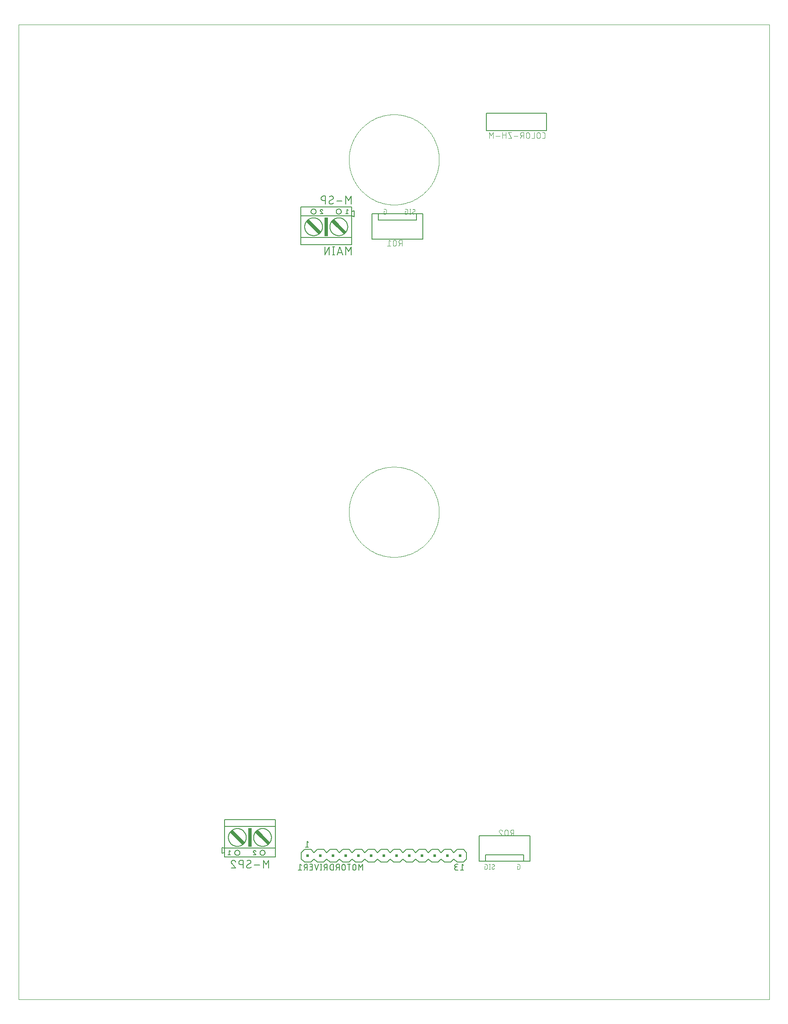
<source format=gbo>
G04 EAGLE Gerber X2 export*
%TF.Part,Single*%
%TF.FileFunction,Other,Silk bottom*%
%TF.FilePolarity,Positive*%
%TF.GenerationSoftware,Autodesk,EAGLE,9.1.1*%
%TF.CreationDate,2018-08-10T14:31:17Z*%
G75*
%MOMM*%
%FSLAX34Y34*%
%LPD*%
%AMOC8*
5,1,8,0,0,1.08239X$1,22.5*%
G01*
%ADD10C,0.001000*%
%ADD11C,0.076200*%
%ADD12C,0.127000*%
%ADD13C,0.101600*%
%ADD14C,0.152400*%
%ADD15R,0.508000X0.508000*%
%ADD16C,0.609600*%
%ADD17R,0.762000X3.810000*%
%ADD18C,0.177800*%


D10*
X-100000Y0D02*
X1400000Y0D01*
X1400000Y1947239D01*
X-100000Y1947239D01*
X-100000Y0D01*
X560000Y973620D02*
X560027Y975829D01*
X560108Y978036D01*
X560244Y980241D01*
X560433Y982442D01*
X560677Y984637D01*
X560974Y986826D01*
X561325Y989007D01*
X561729Y991178D01*
X562187Y993339D01*
X562697Y995488D01*
X563260Y997624D01*
X563875Y999746D01*
X564542Y1001851D01*
X565261Y1003940D01*
X566031Y1006011D01*
X566851Y1008062D01*
X567721Y1010092D01*
X568641Y1012100D01*
X569610Y1014085D01*
X570627Y1016046D01*
X571692Y1017981D01*
X572804Y1019889D01*
X573963Y1021770D01*
X575168Y1023621D01*
X576417Y1025443D01*
X577711Y1027233D01*
X579049Y1028991D01*
X580429Y1030715D01*
X581851Y1032406D01*
X583314Y1034060D01*
X584818Y1035679D01*
X586360Y1037260D01*
X587941Y1038802D01*
X589560Y1040306D01*
X591214Y1041769D01*
X592905Y1043191D01*
X594629Y1044571D01*
X596387Y1045909D01*
X598177Y1047203D01*
X599999Y1048452D01*
X601850Y1049657D01*
X603731Y1050816D01*
X605639Y1051928D01*
X607574Y1052993D01*
X609535Y1054010D01*
X611520Y1054979D01*
X613528Y1055899D01*
X615558Y1056769D01*
X617609Y1057589D01*
X619680Y1058359D01*
X621769Y1059078D01*
X623874Y1059745D01*
X625996Y1060360D01*
X628132Y1060923D01*
X630281Y1061433D01*
X632442Y1061891D01*
X634613Y1062295D01*
X636794Y1062646D01*
X638983Y1062943D01*
X641178Y1063187D01*
X643379Y1063376D01*
X645584Y1063512D01*
X647791Y1063593D01*
X650000Y1063620D01*
X652209Y1063593D01*
X654416Y1063512D01*
X656621Y1063376D01*
X658822Y1063187D01*
X661017Y1062943D01*
X663206Y1062646D01*
X665387Y1062295D01*
X667558Y1061891D01*
X669719Y1061433D01*
X671868Y1060923D01*
X674004Y1060360D01*
X676126Y1059745D01*
X678231Y1059078D01*
X680320Y1058359D01*
X682391Y1057589D01*
X684442Y1056769D01*
X686472Y1055899D01*
X688480Y1054979D01*
X690465Y1054010D01*
X692426Y1052993D01*
X694361Y1051928D01*
X696269Y1050816D01*
X698150Y1049657D01*
X700001Y1048452D01*
X701823Y1047203D01*
X703613Y1045909D01*
X705371Y1044571D01*
X707095Y1043191D01*
X708786Y1041769D01*
X710440Y1040306D01*
X712059Y1038802D01*
X713640Y1037260D01*
X715182Y1035679D01*
X716686Y1034060D01*
X718149Y1032406D01*
X719571Y1030715D01*
X720951Y1028991D01*
X722289Y1027233D01*
X723583Y1025443D01*
X724832Y1023621D01*
X726037Y1021770D01*
X727196Y1019889D01*
X728308Y1017981D01*
X729373Y1016046D01*
X730390Y1014085D01*
X731359Y1012100D01*
X732279Y1010092D01*
X733149Y1008062D01*
X733969Y1006011D01*
X734739Y1003940D01*
X735458Y1001851D01*
X736125Y999746D01*
X736740Y997624D01*
X737303Y995488D01*
X737813Y993339D01*
X738271Y991178D01*
X738675Y989007D01*
X739026Y986826D01*
X739323Y984637D01*
X739567Y982442D01*
X739756Y980241D01*
X739892Y978036D01*
X739973Y975829D01*
X740000Y973620D01*
X739973Y971411D01*
X739892Y969204D01*
X739756Y966999D01*
X739567Y964798D01*
X739323Y962603D01*
X739026Y960414D01*
X738675Y958233D01*
X738271Y956062D01*
X737813Y953901D01*
X737303Y951752D01*
X736740Y949616D01*
X736125Y947494D01*
X735458Y945389D01*
X734739Y943300D01*
X733969Y941229D01*
X733149Y939178D01*
X732279Y937148D01*
X731359Y935140D01*
X730390Y933155D01*
X729373Y931194D01*
X728308Y929259D01*
X727196Y927351D01*
X726037Y925470D01*
X724832Y923619D01*
X723583Y921797D01*
X722289Y920007D01*
X720951Y918249D01*
X719571Y916525D01*
X718149Y914834D01*
X716686Y913180D01*
X715182Y911561D01*
X713640Y909980D01*
X712059Y908438D01*
X710440Y906934D01*
X708786Y905471D01*
X707095Y904049D01*
X705371Y902669D01*
X703613Y901331D01*
X701823Y900037D01*
X700001Y898788D01*
X698150Y897583D01*
X696269Y896424D01*
X694361Y895312D01*
X692426Y894247D01*
X690465Y893230D01*
X688480Y892261D01*
X686472Y891341D01*
X684442Y890471D01*
X682391Y889651D01*
X680320Y888881D01*
X678231Y888162D01*
X676126Y887495D01*
X674004Y886880D01*
X671868Y886317D01*
X669719Y885807D01*
X667558Y885349D01*
X665387Y884945D01*
X663206Y884594D01*
X661017Y884297D01*
X658822Y884053D01*
X656621Y883864D01*
X654416Y883728D01*
X652209Y883647D01*
X650000Y883620D01*
X647791Y883647D01*
X645584Y883728D01*
X643379Y883864D01*
X641178Y884053D01*
X638983Y884297D01*
X636794Y884594D01*
X634613Y884945D01*
X632442Y885349D01*
X630281Y885807D01*
X628132Y886317D01*
X625996Y886880D01*
X623874Y887495D01*
X621769Y888162D01*
X619680Y888881D01*
X617609Y889651D01*
X615558Y890471D01*
X613528Y891341D01*
X611520Y892261D01*
X609535Y893230D01*
X607574Y894247D01*
X605639Y895312D01*
X603731Y896424D01*
X601850Y897583D01*
X599999Y898788D01*
X598177Y900037D01*
X596387Y901331D01*
X594629Y902669D01*
X592905Y904049D01*
X591214Y905471D01*
X589560Y906934D01*
X587941Y908438D01*
X586360Y909980D01*
X584818Y911561D01*
X583314Y913180D01*
X581851Y914834D01*
X580429Y916525D01*
X579049Y918249D01*
X577711Y920007D01*
X576417Y921797D01*
X575168Y923619D01*
X573963Y925470D01*
X572804Y927351D01*
X571692Y929259D01*
X570627Y931194D01*
X569610Y933155D01*
X568641Y935140D01*
X567721Y937148D01*
X566851Y939178D01*
X566031Y941229D01*
X565261Y943300D01*
X564542Y945389D01*
X563875Y947494D01*
X563260Y949616D01*
X562697Y951752D01*
X562187Y953901D01*
X561729Y956062D01*
X561325Y958233D01*
X560974Y960414D01*
X560677Y962603D01*
X560433Y964798D01*
X560244Y966999D01*
X560108Y969204D01*
X560027Y971411D01*
X560000Y973620D01*
X560000Y1677239D02*
X560027Y1679448D01*
X560108Y1681655D01*
X560244Y1683860D01*
X560433Y1686061D01*
X560677Y1688256D01*
X560974Y1690445D01*
X561325Y1692626D01*
X561729Y1694797D01*
X562187Y1696958D01*
X562697Y1699107D01*
X563260Y1701243D01*
X563875Y1703365D01*
X564542Y1705470D01*
X565261Y1707559D01*
X566031Y1709630D01*
X566851Y1711681D01*
X567721Y1713711D01*
X568641Y1715719D01*
X569610Y1717704D01*
X570627Y1719665D01*
X571692Y1721600D01*
X572804Y1723508D01*
X573963Y1725389D01*
X575168Y1727240D01*
X576417Y1729062D01*
X577711Y1730852D01*
X579049Y1732610D01*
X580429Y1734334D01*
X581851Y1736025D01*
X583314Y1737679D01*
X584818Y1739298D01*
X586360Y1740879D01*
X587941Y1742421D01*
X589560Y1743925D01*
X591214Y1745388D01*
X592905Y1746810D01*
X594629Y1748190D01*
X596387Y1749528D01*
X598177Y1750822D01*
X599999Y1752071D01*
X601850Y1753276D01*
X603731Y1754435D01*
X605639Y1755547D01*
X607574Y1756612D01*
X609535Y1757629D01*
X611520Y1758598D01*
X613528Y1759518D01*
X615558Y1760388D01*
X617609Y1761208D01*
X619680Y1761978D01*
X621769Y1762697D01*
X623874Y1763364D01*
X625996Y1763979D01*
X628132Y1764542D01*
X630281Y1765052D01*
X632442Y1765510D01*
X634613Y1765914D01*
X636794Y1766265D01*
X638983Y1766562D01*
X641178Y1766806D01*
X643379Y1766995D01*
X645584Y1767131D01*
X647791Y1767212D01*
X650000Y1767239D01*
X652209Y1767212D01*
X654416Y1767131D01*
X656621Y1766995D01*
X658822Y1766806D01*
X661017Y1766562D01*
X663206Y1766265D01*
X665387Y1765914D01*
X667558Y1765510D01*
X669719Y1765052D01*
X671868Y1764542D01*
X674004Y1763979D01*
X676126Y1763364D01*
X678231Y1762697D01*
X680320Y1761978D01*
X682391Y1761208D01*
X684442Y1760388D01*
X686472Y1759518D01*
X688480Y1758598D01*
X690465Y1757629D01*
X692426Y1756612D01*
X694361Y1755547D01*
X696269Y1754435D01*
X698150Y1753276D01*
X700001Y1752071D01*
X701823Y1750822D01*
X703613Y1749528D01*
X705371Y1748190D01*
X707095Y1746810D01*
X708786Y1745388D01*
X710440Y1743925D01*
X712059Y1742421D01*
X713640Y1740879D01*
X715182Y1739298D01*
X716686Y1737679D01*
X718149Y1736025D01*
X719571Y1734334D01*
X720951Y1732610D01*
X722289Y1730852D01*
X723583Y1729062D01*
X724832Y1727240D01*
X726037Y1725389D01*
X727196Y1723508D01*
X728308Y1721600D01*
X729373Y1719665D01*
X730390Y1717704D01*
X731359Y1715719D01*
X732279Y1713711D01*
X733149Y1711681D01*
X733969Y1709630D01*
X734739Y1707559D01*
X735458Y1705470D01*
X736125Y1703365D01*
X736740Y1701243D01*
X737303Y1699107D01*
X737813Y1696958D01*
X738271Y1694797D01*
X738675Y1692626D01*
X739026Y1690445D01*
X739323Y1688256D01*
X739567Y1686061D01*
X739756Y1683860D01*
X739892Y1681655D01*
X739973Y1679448D01*
X740000Y1677239D01*
X739973Y1675030D01*
X739892Y1672823D01*
X739756Y1670618D01*
X739567Y1668417D01*
X739323Y1666222D01*
X739026Y1664033D01*
X738675Y1661852D01*
X738271Y1659681D01*
X737813Y1657520D01*
X737303Y1655371D01*
X736740Y1653235D01*
X736125Y1651113D01*
X735458Y1649008D01*
X734739Y1646919D01*
X733969Y1644848D01*
X733149Y1642797D01*
X732279Y1640767D01*
X731359Y1638759D01*
X730390Y1636774D01*
X729373Y1634813D01*
X728308Y1632878D01*
X727196Y1630970D01*
X726037Y1629089D01*
X724832Y1627238D01*
X723583Y1625416D01*
X722289Y1623626D01*
X720951Y1621868D01*
X719571Y1620144D01*
X718149Y1618453D01*
X716686Y1616799D01*
X715182Y1615180D01*
X713640Y1613599D01*
X712059Y1612057D01*
X710440Y1610553D01*
X708786Y1609090D01*
X707095Y1607668D01*
X705371Y1606288D01*
X703613Y1604950D01*
X701823Y1603656D01*
X700001Y1602407D01*
X698150Y1601202D01*
X696269Y1600043D01*
X694361Y1598931D01*
X692426Y1597866D01*
X690465Y1596849D01*
X688480Y1595880D01*
X686472Y1594960D01*
X684442Y1594090D01*
X682391Y1593270D01*
X680320Y1592500D01*
X678231Y1591781D01*
X676126Y1591114D01*
X674004Y1590499D01*
X671868Y1589936D01*
X669719Y1589426D01*
X667558Y1588968D01*
X665387Y1588564D01*
X663206Y1588213D01*
X661017Y1587916D01*
X658822Y1587672D01*
X656621Y1587483D01*
X654416Y1587347D01*
X652209Y1587266D01*
X650000Y1587239D01*
X647791Y1587266D01*
X645584Y1587347D01*
X643379Y1587483D01*
X641178Y1587672D01*
X638983Y1587916D01*
X636794Y1588213D01*
X634613Y1588564D01*
X632442Y1588968D01*
X630281Y1589426D01*
X628132Y1589936D01*
X625996Y1590499D01*
X623874Y1591114D01*
X621769Y1591781D01*
X619680Y1592500D01*
X617609Y1593270D01*
X615558Y1594090D01*
X613528Y1594960D01*
X611520Y1595880D01*
X609535Y1596849D01*
X607574Y1597866D01*
X605639Y1598931D01*
X603731Y1600043D01*
X601850Y1601202D01*
X599999Y1602407D01*
X598177Y1603656D01*
X596387Y1604950D01*
X594629Y1606288D01*
X592905Y1607668D01*
X591214Y1609090D01*
X589560Y1610553D01*
X587941Y1612057D01*
X586360Y1613599D01*
X584818Y1615180D01*
X583314Y1616799D01*
X581851Y1618453D01*
X580429Y1620144D01*
X579049Y1621868D01*
X577711Y1623626D01*
X576417Y1625416D01*
X575168Y1627238D01*
X573963Y1629089D01*
X572804Y1630970D01*
X571692Y1632878D01*
X570627Y1634813D01*
X569610Y1636774D01*
X568641Y1638759D01*
X567721Y1640767D01*
X566851Y1642797D01*
X566031Y1644848D01*
X565261Y1646919D01*
X564542Y1649008D01*
X563875Y1651113D01*
X563260Y1653235D01*
X562697Y1655371D01*
X562187Y1657520D01*
X561729Y1659681D01*
X561325Y1661852D01*
X560974Y1664033D01*
X560677Y1666222D01*
X560433Y1668417D01*
X560244Y1670618D01*
X560108Y1672823D01*
X560027Y1675030D01*
X560000Y1677239D01*
D11*
X896098Y265952D02*
X897664Y265952D01*
X896098Y265952D02*
X896098Y260731D01*
X899231Y260731D01*
X899320Y260733D01*
X899408Y260739D01*
X899496Y260748D01*
X899584Y260761D01*
X899671Y260778D01*
X899757Y260798D01*
X899842Y260823D01*
X899927Y260850D01*
X900010Y260882D01*
X900091Y260916D01*
X900171Y260955D01*
X900249Y260996D01*
X900326Y261041D01*
X900400Y261089D01*
X900473Y261140D01*
X900543Y261194D01*
X900610Y261252D01*
X900676Y261312D01*
X900738Y261374D01*
X900798Y261440D01*
X900856Y261507D01*
X900910Y261577D01*
X900961Y261650D01*
X901009Y261724D01*
X901054Y261801D01*
X901095Y261879D01*
X901134Y261959D01*
X901168Y262040D01*
X901200Y262123D01*
X901227Y262208D01*
X901252Y262293D01*
X901272Y262379D01*
X901289Y262466D01*
X901302Y262554D01*
X901311Y262642D01*
X901317Y262730D01*
X901319Y262819D01*
X901319Y268041D01*
X901317Y268130D01*
X901311Y268218D01*
X901302Y268306D01*
X901289Y268394D01*
X901272Y268481D01*
X901252Y268567D01*
X901227Y268652D01*
X901200Y268737D01*
X901168Y268820D01*
X901134Y268901D01*
X901095Y268981D01*
X901054Y269059D01*
X901009Y269136D01*
X900961Y269210D01*
X900910Y269283D01*
X900856Y269353D01*
X900798Y269420D01*
X900738Y269486D01*
X900676Y269548D01*
X900610Y269608D01*
X900543Y269666D01*
X900473Y269720D01*
X900400Y269771D01*
X900326Y269819D01*
X900249Y269864D01*
X900171Y269905D01*
X900091Y269944D01*
X900010Y269978D01*
X899927Y270010D01*
X899842Y270037D01*
X899757Y270062D01*
X899671Y270082D01*
X899584Y270099D01*
X899496Y270112D01*
X899408Y270121D01*
X899320Y270127D01*
X899231Y270129D01*
X896098Y270129D01*
X847386Y260731D02*
X847297Y260733D01*
X847209Y260739D01*
X847121Y260748D01*
X847033Y260761D01*
X846946Y260778D01*
X846860Y260798D01*
X846775Y260823D01*
X846690Y260850D01*
X846607Y260882D01*
X846526Y260916D01*
X846446Y260955D01*
X846368Y260996D01*
X846291Y261041D01*
X846217Y261089D01*
X846144Y261140D01*
X846074Y261194D01*
X846007Y261252D01*
X845941Y261312D01*
X845879Y261374D01*
X845819Y261440D01*
X845761Y261507D01*
X845707Y261577D01*
X845656Y261650D01*
X845608Y261724D01*
X845563Y261801D01*
X845522Y261879D01*
X845483Y261959D01*
X845449Y262040D01*
X845417Y262123D01*
X845390Y262208D01*
X845365Y262293D01*
X845345Y262379D01*
X845328Y262466D01*
X845315Y262554D01*
X845306Y262642D01*
X845300Y262730D01*
X845298Y262819D01*
X847386Y260731D02*
X847515Y260733D01*
X847644Y260739D01*
X847773Y260748D01*
X847901Y260761D01*
X848029Y260778D01*
X848156Y260799D01*
X848283Y260823D01*
X848409Y260851D01*
X848534Y260883D01*
X848658Y260918D01*
X848781Y260957D01*
X848903Y261000D01*
X849023Y261046D01*
X849142Y261096D01*
X849260Y261149D01*
X849376Y261205D01*
X849490Y261265D01*
X849603Y261328D01*
X849713Y261395D01*
X849822Y261464D01*
X849928Y261537D01*
X850033Y261613D01*
X850135Y261692D01*
X850235Y261774D01*
X850332Y261858D01*
X850427Y261946D01*
X850519Y262036D01*
X850258Y268041D02*
X850256Y268130D01*
X850250Y268218D01*
X850241Y268306D01*
X850228Y268394D01*
X850211Y268481D01*
X850191Y268567D01*
X850166Y268652D01*
X850139Y268737D01*
X850107Y268820D01*
X850073Y268901D01*
X850034Y268981D01*
X849993Y269059D01*
X849948Y269136D01*
X849900Y269210D01*
X849849Y269283D01*
X849795Y269353D01*
X849737Y269420D01*
X849677Y269486D01*
X849615Y269548D01*
X849549Y269608D01*
X849482Y269666D01*
X849412Y269720D01*
X849339Y269771D01*
X849265Y269819D01*
X849188Y269864D01*
X849110Y269905D01*
X849030Y269944D01*
X848949Y269978D01*
X848866Y270010D01*
X848781Y270037D01*
X848696Y270062D01*
X848610Y270082D01*
X848523Y270099D01*
X848435Y270112D01*
X848347Y270121D01*
X848259Y270127D01*
X848170Y270129D01*
X848050Y270127D01*
X847930Y270122D01*
X847811Y270112D01*
X847691Y270100D01*
X847572Y270083D01*
X847454Y270063D01*
X847336Y270039D01*
X847220Y270012D01*
X847104Y269981D01*
X846989Y269947D01*
X846875Y269909D01*
X846762Y269867D01*
X846651Y269822D01*
X846541Y269774D01*
X846433Y269723D01*
X846326Y269668D01*
X846221Y269610D01*
X846118Y269548D01*
X846017Y269484D01*
X845917Y269416D01*
X845820Y269346D01*
X849214Y266214D02*
X849292Y266262D01*
X849368Y266314D01*
X849441Y266368D01*
X849512Y266426D01*
X849581Y266487D01*
X849647Y266551D01*
X849710Y266618D01*
X849770Y266687D01*
X849827Y266759D01*
X849881Y266833D01*
X849931Y266910D01*
X849979Y266989D01*
X850022Y267069D01*
X850063Y267152D01*
X850099Y267236D01*
X850132Y267321D01*
X850161Y267408D01*
X850187Y267497D01*
X850209Y267586D01*
X850226Y267676D01*
X850240Y267766D01*
X850250Y267858D01*
X850256Y267949D01*
X850258Y268041D01*
X846342Y264646D02*
X846264Y264598D01*
X846188Y264546D01*
X846115Y264492D01*
X846044Y264434D01*
X845975Y264373D01*
X845909Y264309D01*
X845846Y264242D01*
X845786Y264173D01*
X845729Y264101D01*
X845675Y264027D01*
X845625Y263950D01*
X845577Y263871D01*
X845534Y263791D01*
X845493Y263708D01*
X845457Y263624D01*
X845424Y263539D01*
X845395Y263452D01*
X845369Y263363D01*
X845347Y263274D01*
X845330Y263184D01*
X845316Y263094D01*
X845306Y263002D01*
X845300Y262911D01*
X845298Y262819D01*
X846342Y264647D02*
X849214Y266213D01*
X840898Y270129D02*
X840898Y260731D01*
X841942Y260731D02*
X839854Y260731D01*
X839854Y270129D02*
X841942Y270129D01*
X832234Y265952D02*
X830668Y265952D01*
X830668Y260731D01*
X833800Y260731D01*
X833889Y260733D01*
X833977Y260739D01*
X834065Y260748D01*
X834153Y260761D01*
X834240Y260778D01*
X834326Y260798D01*
X834411Y260823D01*
X834496Y260850D01*
X834579Y260882D01*
X834660Y260916D01*
X834740Y260955D01*
X834818Y260996D01*
X834895Y261041D01*
X834969Y261089D01*
X835042Y261140D01*
X835112Y261194D01*
X835179Y261252D01*
X835245Y261312D01*
X835307Y261374D01*
X835367Y261440D01*
X835425Y261507D01*
X835479Y261577D01*
X835530Y261650D01*
X835578Y261724D01*
X835623Y261801D01*
X835664Y261879D01*
X835703Y261959D01*
X835737Y262040D01*
X835769Y262123D01*
X835796Y262208D01*
X835821Y262293D01*
X835841Y262379D01*
X835858Y262466D01*
X835871Y262554D01*
X835880Y262642D01*
X835886Y262730D01*
X835888Y262819D01*
X835889Y262819D02*
X835889Y268041D01*
X835888Y268041D02*
X835886Y268130D01*
X835880Y268218D01*
X835871Y268306D01*
X835858Y268394D01*
X835841Y268481D01*
X835821Y268567D01*
X835796Y268652D01*
X835769Y268737D01*
X835737Y268820D01*
X835703Y268901D01*
X835664Y268981D01*
X835623Y269059D01*
X835578Y269136D01*
X835530Y269210D01*
X835479Y269283D01*
X835425Y269353D01*
X835367Y269420D01*
X835307Y269486D01*
X835245Y269548D01*
X835179Y269608D01*
X835112Y269666D01*
X835042Y269720D01*
X834969Y269771D01*
X834895Y269819D01*
X834818Y269864D01*
X834740Y269905D01*
X834660Y269944D01*
X834579Y269978D01*
X834496Y270010D01*
X834411Y270037D01*
X834326Y270062D01*
X834240Y270082D01*
X834153Y270099D01*
X834065Y270112D01*
X833977Y270121D01*
X833889Y270127D01*
X833800Y270129D01*
X830668Y270129D01*
X688636Y1568831D02*
X688547Y1568833D01*
X688459Y1568839D01*
X688371Y1568848D01*
X688283Y1568861D01*
X688196Y1568878D01*
X688110Y1568898D01*
X688025Y1568923D01*
X687940Y1568950D01*
X687857Y1568982D01*
X687776Y1569016D01*
X687696Y1569055D01*
X687618Y1569096D01*
X687541Y1569141D01*
X687467Y1569189D01*
X687394Y1569240D01*
X687324Y1569294D01*
X687257Y1569352D01*
X687191Y1569412D01*
X687129Y1569474D01*
X687069Y1569540D01*
X687011Y1569607D01*
X686957Y1569677D01*
X686906Y1569750D01*
X686858Y1569824D01*
X686813Y1569901D01*
X686772Y1569979D01*
X686733Y1570059D01*
X686699Y1570140D01*
X686667Y1570223D01*
X686640Y1570308D01*
X686615Y1570393D01*
X686595Y1570479D01*
X686578Y1570566D01*
X686565Y1570654D01*
X686556Y1570742D01*
X686550Y1570830D01*
X686548Y1570919D01*
X688636Y1568831D02*
X688765Y1568833D01*
X688894Y1568839D01*
X689023Y1568848D01*
X689151Y1568861D01*
X689279Y1568878D01*
X689406Y1568899D01*
X689533Y1568923D01*
X689659Y1568951D01*
X689784Y1568983D01*
X689908Y1569018D01*
X690031Y1569057D01*
X690153Y1569100D01*
X690273Y1569146D01*
X690392Y1569196D01*
X690510Y1569249D01*
X690626Y1569305D01*
X690740Y1569365D01*
X690853Y1569428D01*
X690963Y1569495D01*
X691072Y1569564D01*
X691178Y1569637D01*
X691283Y1569713D01*
X691385Y1569792D01*
X691485Y1569874D01*
X691582Y1569958D01*
X691677Y1570046D01*
X691769Y1570136D01*
X691508Y1576141D02*
X691506Y1576230D01*
X691500Y1576318D01*
X691491Y1576406D01*
X691478Y1576494D01*
X691461Y1576581D01*
X691441Y1576667D01*
X691416Y1576752D01*
X691389Y1576837D01*
X691357Y1576920D01*
X691323Y1577001D01*
X691284Y1577081D01*
X691243Y1577159D01*
X691198Y1577236D01*
X691150Y1577310D01*
X691099Y1577383D01*
X691045Y1577453D01*
X690987Y1577520D01*
X690927Y1577586D01*
X690865Y1577648D01*
X690799Y1577708D01*
X690732Y1577766D01*
X690662Y1577820D01*
X690589Y1577871D01*
X690515Y1577919D01*
X690438Y1577964D01*
X690360Y1578005D01*
X690280Y1578044D01*
X690199Y1578078D01*
X690116Y1578110D01*
X690031Y1578137D01*
X689946Y1578162D01*
X689860Y1578182D01*
X689773Y1578199D01*
X689685Y1578212D01*
X689597Y1578221D01*
X689509Y1578227D01*
X689420Y1578229D01*
X689300Y1578227D01*
X689180Y1578222D01*
X689061Y1578212D01*
X688941Y1578200D01*
X688822Y1578183D01*
X688704Y1578163D01*
X688586Y1578139D01*
X688470Y1578112D01*
X688354Y1578081D01*
X688239Y1578047D01*
X688125Y1578009D01*
X688012Y1577967D01*
X687901Y1577922D01*
X687791Y1577874D01*
X687683Y1577823D01*
X687576Y1577768D01*
X687471Y1577710D01*
X687368Y1577648D01*
X687267Y1577584D01*
X687167Y1577516D01*
X687070Y1577446D01*
X690464Y1574314D02*
X690542Y1574362D01*
X690618Y1574414D01*
X690691Y1574468D01*
X690762Y1574526D01*
X690831Y1574587D01*
X690897Y1574651D01*
X690960Y1574718D01*
X691020Y1574787D01*
X691077Y1574859D01*
X691131Y1574933D01*
X691181Y1575010D01*
X691229Y1575089D01*
X691272Y1575169D01*
X691313Y1575252D01*
X691349Y1575336D01*
X691382Y1575421D01*
X691411Y1575508D01*
X691437Y1575597D01*
X691459Y1575686D01*
X691476Y1575776D01*
X691490Y1575866D01*
X691500Y1575958D01*
X691506Y1576049D01*
X691508Y1576141D01*
X687592Y1572746D02*
X687514Y1572698D01*
X687438Y1572646D01*
X687365Y1572592D01*
X687294Y1572534D01*
X687225Y1572473D01*
X687159Y1572409D01*
X687096Y1572342D01*
X687036Y1572273D01*
X686979Y1572201D01*
X686925Y1572127D01*
X686875Y1572050D01*
X686827Y1571971D01*
X686784Y1571891D01*
X686743Y1571808D01*
X686707Y1571724D01*
X686674Y1571639D01*
X686645Y1571552D01*
X686619Y1571463D01*
X686597Y1571374D01*
X686580Y1571284D01*
X686566Y1571194D01*
X686556Y1571102D01*
X686550Y1571011D01*
X686548Y1570919D01*
X687592Y1572747D02*
X690464Y1574313D01*
X682148Y1578229D02*
X682148Y1568831D01*
X683192Y1568831D02*
X681104Y1568831D01*
X681104Y1578229D02*
X683192Y1578229D01*
X673484Y1574052D02*
X671918Y1574052D01*
X671918Y1568831D01*
X675050Y1568831D01*
X675139Y1568833D01*
X675227Y1568839D01*
X675315Y1568848D01*
X675403Y1568861D01*
X675490Y1568878D01*
X675576Y1568898D01*
X675661Y1568923D01*
X675746Y1568950D01*
X675829Y1568982D01*
X675910Y1569016D01*
X675990Y1569055D01*
X676068Y1569096D01*
X676145Y1569141D01*
X676219Y1569189D01*
X676292Y1569240D01*
X676362Y1569294D01*
X676429Y1569352D01*
X676495Y1569412D01*
X676557Y1569474D01*
X676617Y1569540D01*
X676675Y1569607D01*
X676729Y1569677D01*
X676780Y1569750D01*
X676828Y1569824D01*
X676873Y1569901D01*
X676914Y1569979D01*
X676953Y1570059D01*
X676987Y1570140D01*
X677019Y1570223D01*
X677046Y1570308D01*
X677071Y1570393D01*
X677091Y1570479D01*
X677108Y1570566D01*
X677121Y1570654D01*
X677130Y1570742D01*
X677136Y1570830D01*
X677138Y1570919D01*
X677139Y1570919D02*
X677139Y1576141D01*
X677138Y1576141D02*
X677136Y1576230D01*
X677130Y1576318D01*
X677121Y1576406D01*
X677108Y1576494D01*
X677091Y1576581D01*
X677071Y1576667D01*
X677046Y1576752D01*
X677019Y1576837D01*
X676987Y1576920D01*
X676953Y1577001D01*
X676914Y1577081D01*
X676873Y1577159D01*
X676828Y1577236D01*
X676780Y1577310D01*
X676729Y1577383D01*
X676675Y1577453D01*
X676617Y1577520D01*
X676557Y1577586D01*
X676495Y1577648D01*
X676429Y1577708D01*
X676362Y1577766D01*
X676292Y1577820D01*
X676219Y1577871D01*
X676145Y1577919D01*
X676068Y1577964D01*
X675990Y1578005D01*
X675910Y1578044D01*
X675829Y1578078D01*
X675746Y1578110D01*
X675661Y1578137D01*
X675576Y1578162D01*
X675490Y1578182D01*
X675403Y1578199D01*
X675315Y1578212D01*
X675227Y1578221D01*
X675139Y1578227D01*
X675050Y1578229D01*
X671918Y1578229D01*
X630964Y1574052D02*
X629398Y1574052D01*
X629398Y1568831D01*
X632531Y1568831D01*
X632620Y1568833D01*
X632708Y1568839D01*
X632796Y1568848D01*
X632884Y1568861D01*
X632971Y1568878D01*
X633057Y1568898D01*
X633142Y1568923D01*
X633227Y1568950D01*
X633310Y1568982D01*
X633391Y1569016D01*
X633471Y1569055D01*
X633549Y1569096D01*
X633626Y1569141D01*
X633700Y1569189D01*
X633773Y1569240D01*
X633843Y1569294D01*
X633910Y1569352D01*
X633976Y1569412D01*
X634038Y1569474D01*
X634098Y1569540D01*
X634156Y1569607D01*
X634210Y1569677D01*
X634261Y1569750D01*
X634309Y1569824D01*
X634354Y1569901D01*
X634395Y1569979D01*
X634434Y1570059D01*
X634468Y1570140D01*
X634500Y1570223D01*
X634527Y1570308D01*
X634552Y1570393D01*
X634572Y1570479D01*
X634589Y1570566D01*
X634602Y1570654D01*
X634611Y1570742D01*
X634617Y1570830D01*
X634619Y1570919D01*
X634619Y1576141D01*
X634617Y1576230D01*
X634611Y1576318D01*
X634602Y1576406D01*
X634589Y1576494D01*
X634572Y1576581D01*
X634552Y1576667D01*
X634527Y1576752D01*
X634500Y1576837D01*
X634468Y1576920D01*
X634434Y1577001D01*
X634395Y1577081D01*
X634354Y1577159D01*
X634309Y1577236D01*
X634261Y1577310D01*
X634210Y1577383D01*
X634156Y1577453D01*
X634098Y1577520D01*
X634038Y1577586D01*
X633976Y1577648D01*
X633910Y1577708D01*
X633843Y1577766D01*
X633773Y1577820D01*
X633700Y1577871D01*
X633626Y1577919D01*
X633549Y1577964D01*
X633471Y1578005D01*
X633391Y1578044D01*
X633310Y1578078D01*
X633227Y1578110D01*
X633142Y1578137D01*
X633057Y1578162D01*
X632971Y1578182D01*
X632884Y1578199D01*
X632796Y1578212D01*
X632708Y1578221D01*
X632620Y1578227D01*
X632531Y1578229D01*
X629398Y1578229D01*
D12*
X834433Y1734847D02*
X954433Y1734847D01*
X954433Y1769847D01*
X834433Y1769847D01*
X834433Y1734847D01*
D13*
X946134Y1719855D02*
X948731Y1719855D01*
X948830Y1719857D01*
X948930Y1719863D01*
X949029Y1719872D01*
X949127Y1719885D01*
X949225Y1719902D01*
X949323Y1719923D01*
X949419Y1719948D01*
X949514Y1719976D01*
X949608Y1720008D01*
X949701Y1720043D01*
X949793Y1720082D01*
X949883Y1720125D01*
X949971Y1720170D01*
X950058Y1720220D01*
X950142Y1720272D01*
X950225Y1720328D01*
X950305Y1720386D01*
X950383Y1720448D01*
X950458Y1720513D01*
X950531Y1720581D01*
X950601Y1720651D01*
X950669Y1720724D01*
X950734Y1720799D01*
X950796Y1720877D01*
X950854Y1720957D01*
X950910Y1721040D01*
X950962Y1721124D01*
X951012Y1721211D01*
X951057Y1721299D01*
X951100Y1721389D01*
X951139Y1721481D01*
X951174Y1721574D01*
X951206Y1721668D01*
X951234Y1721763D01*
X951259Y1721859D01*
X951280Y1721957D01*
X951297Y1722055D01*
X951310Y1722153D01*
X951319Y1722252D01*
X951325Y1722352D01*
X951327Y1722451D01*
X951327Y1728943D01*
X951325Y1729042D01*
X951319Y1729142D01*
X951310Y1729241D01*
X951297Y1729339D01*
X951280Y1729437D01*
X951259Y1729535D01*
X951234Y1729631D01*
X951206Y1729726D01*
X951174Y1729820D01*
X951139Y1729913D01*
X951100Y1730005D01*
X951057Y1730095D01*
X951012Y1730183D01*
X950962Y1730270D01*
X950910Y1730354D01*
X950854Y1730437D01*
X950796Y1730517D01*
X950734Y1730595D01*
X950669Y1730670D01*
X950601Y1730743D01*
X950531Y1730813D01*
X950458Y1730881D01*
X950383Y1730946D01*
X950305Y1731008D01*
X950225Y1731066D01*
X950142Y1731122D01*
X950058Y1731174D01*
X949971Y1731224D01*
X949883Y1731269D01*
X949793Y1731312D01*
X949701Y1731351D01*
X949608Y1731386D01*
X949514Y1731418D01*
X949419Y1731446D01*
X949323Y1731471D01*
X949225Y1731492D01*
X949127Y1731509D01*
X949029Y1731522D01*
X948930Y1731531D01*
X948830Y1731537D01*
X948731Y1731539D01*
X946134Y1731539D01*
X941769Y1728293D02*
X941769Y1723101D01*
X941770Y1728293D02*
X941768Y1728406D01*
X941762Y1728519D01*
X941752Y1728632D01*
X941738Y1728745D01*
X941721Y1728857D01*
X941699Y1728968D01*
X941674Y1729078D01*
X941644Y1729188D01*
X941611Y1729296D01*
X941574Y1729403D01*
X941534Y1729509D01*
X941489Y1729613D01*
X941441Y1729716D01*
X941390Y1729817D01*
X941335Y1729916D01*
X941277Y1730013D01*
X941215Y1730108D01*
X941150Y1730201D01*
X941082Y1730291D01*
X941011Y1730379D01*
X940936Y1730465D01*
X940859Y1730548D01*
X940779Y1730628D01*
X940696Y1730705D01*
X940610Y1730780D01*
X940522Y1730851D01*
X940432Y1730919D01*
X940339Y1730984D01*
X940244Y1731046D01*
X940147Y1731104D01*
X940048Y1731159D01*
X939947Y1731210D01*
X939844Y1731258D01*
X939740Y1731303D01*
X939634Y1731343D01*
X939527Y1731380D01*
X939419Y1731413D01*
X939309Y1731443D01*
X939199Y1731468D01*
X939088Y1731490D01*
X938976Y1731507D01*
X938863Y1731521D01*
X938750Y1731531D01*
X938637Y1731537D01*
X938524Y1731539D01*
X938411Y1731537D01*
X938298Y1731531D01*
X938185Y1731521D01*
X938072Y1731507D01*
X937960Y1731490D01*
X937849Y1731468D01*
X937739Y1731443D01*
X937629Y1731413D01*
X937521Y1731380D01*
X937414Y1731343D01*
X937308Y1731303D01*
X937204Y1731258D01*
X937101Y1731210D01*
X937000Y1731159D01*
X936901Y1731104D01*
X936804Y1731046D01*
X936709Y1730984D01*
X936616Y1730919D01*
X936526Y1730851D01*
X936438Y1730780D01*
X936352Y1730705D01*
X936269Y1730628D01*
X936189Y1730548D01*
X936112Y1730465D01*
X936037Y1730379D01*
X935966Y1730291D01*
X935898Y1730201D01*
X935833Y1730108D01*
X935771Y1730013D01*
X935713Y1729916D01*
X935658Y1729817D01*
X935607Y1729716D01*
X935559Y1729613D01*
X935514Y1729509D01*
X935474Y1729403D01*
X935437Y1729296D01*
X935404Y1729188D01*
X935374Y1729078D01*
X935349Y1728968D01*
X935327Y1728857D01*
X935310Y1728745D01*
X935296Y1728632D01*
X935286Y1728519D01*
X935280Y1728406D01*
X935278Y1728293D01*
X935278Y1723101D01*
X935280Y1722988D01*
X935286Y1722875D01*
X935296Y1722762D01*
X935310Y1722649D01*
X935327Y1722537D01*
X935349Y1722426D01*
X935374Y1722316D01*
X935404Y1722206D01*
X935437Y1722098D01*
X935474Y1721991D01*
X935514Y1721885D01*
X935559Y1721781D01*
X935607Y1721678D01*
X935658Y1721577D01*
X935713Y1721478D01*
X935771Y1721381D01*
X935833Y1721286D01*
X935898Y1721193D01*
X935966Y1721103D01*
X936037Y1721015D01*
X936112Y1720929D01*
X936189Y1720846D01*
X936269Y1720766D01*
X936352Y1720689D01*
X936438Y1720614D01*
X936526Y1720543D01*
X936616Y1720475D01*
X936709Y1720410D01*
X936804Y1720348D01*
X936901Y1720290D01*
X937000Y1720235D01*
X937101Y1720184D01*
X937204Y1720136D01*
X937308Y1720091D01*
X937414Y1720051D01*
X937521Y1720014D01*
X937629Y1719981D01*
X937739Y1719951D01*
X937849Y1719926D01*
X937960Y1719904D01*
X938072Y1719887D01*
X938185Y1719873D01*
X938298Y1719863D01*
X938411Y1719857D01*
X938524Y1719855D01*
X938637Y1719857D01*
X938750Y1719863D01*
X938863Y1719873D01*
X938976Y1719887D01*
X939088Y1719904D01*
X939199Y1719926D01*
X939309Y1719951D01*
X939419Y1719981D01*
X939527Y1720014D01*
X939634Y1720051D01*
X939740Y1720091D01*
X939844Y1720136D01*
X939947Y1720184D01*
X940048Y1720235D01*
X940147Y1720290D01*
X940244Y1720348D01*
X940339Y1720410D01*
X940432Y1720475D01*
X940522Y1720543D01*
X940610Y1720614D01*
X940696Y1720689D01*
X940779Y1720766D01*
X940859Y1720846D01*
X940936Y1720929D01*
X941011Y1721015D01*
X941082Y1721103D01*
X941150Y1721193D01*
X941215Y1721286D01*
X941277Y1721381D01*
X941335Y1721478D01*
X941390Y1721577D01*
X941441Y1721678D01*
X941489Y1721781D01*
X941534Y1721885D01*
X941574Y1721991D01*
X941611Y1722098D01*
X941644Y1722206D01*
X941674Y1722316D01*
X941699Y1722426D01*
X941721Y1722537D01*
X941738Y1722649D01*
X941752Y1722762D01*
X941762Y1722875D01*
X941768Y1722988D01*
X941770Y1723101D01*
X929936Y1719855D02*
X929936Y1731539D01*
X929936Y1719855D02*
X924743Y1719855D01*
X920433Y1723101D02*
X920433Y1728293D01*
X920434Y1728293D02*
X920432Y1728406D01*
X920426Y1728519D01*
X920416Y1728632D01*
X920402Y1728745D01*
X920385Y1728857D01*
X920363Y1728968D01*
X920338Y1729078D01*
X920308Y1729188D01*
X920275Y1729296D01*
X920238Y1729403D01*
X920198Y1729509D01*
X920153Y1729613D01*
X920105Y1729716D01*
X920054Y1729817D01*
X919999Y1729916D01*
X919941Y1730013D01*
X919879Y1730108D01*
X919814Y1730201D01*
X919746Y1730291D01*
X919675Y1730379D01*
X919600Y1730465D01*
X919523Y1730548D01*
X919443Y1730628D01*
X919360Y1730705D01*
X919274Y1730780D01*
X919186Y1730851D01*
X919096Y1730919D01*
X919003Y1730984D01*
X918908Y1731046D01*
X918811Y1731104D01*
X918712Y1731159D01*
X918611Y1731210D01*
X918508Y1731258D01*
X918404Y1731303D01*
X918298Y1731343D01*
X918191Y1731380D01*
X918083Y1731413D01*
X917973Y1731443D01*
X917863Y1731468D01*
X917752Y1731490D01*
X917640Y1731507D01*
X917527Y1731521D01*
X917414Y1731531D01*
X917301Y1731537D01*
X917188Y1731539D01*
X917075Y1731537D01*
X916962Y1731531D01*
X916849Y1731521D01*
X916736Y1731507D01*
X916624Y1731490D01*
X916513Y1731468D01*
X916403Y1731443D01*
X916293Y1731413D01*
X916185Y1731380D01*
X916078Y1731343D01*
X915972Y1731303D01*
X915868Y1731258D01*
X915765Y1731210D01*
X915664Y1731159D01*
X915565Y1731104D01*
X915468Y1731046D01*
X915373Y1730984D01*
X915280Y1730919D01*
X915190Y1730851D01*
X915102Y1730780D01*
X915016Y1730705D01*
X914933Y1730628D01*
X914853Y1730548D01*
X914776Y1730465D01*
X914701Y1730379D01*
X914630Y1730291D01*
X914562Y1730201D01*
X914497Y1730108D01*
X914435Y1730013D01*
X914377Y1729916D01*
X914322Y1729817D01*
X914271Y1729716D01*
X914223Y1729613D01*
X914178Y1729509D01*
X914138Y1729403D01*
X914101Y1729296D01*
X914068Y1729188D01*
X914038Y1729078D01*
X914013Y1728968D01*
X913991Y1728857D01*
X913974Y1728745D01*
X913960Y1728632D01*
X913950Y1728519D01*
X913944Y1728406D01*
X913942Y1728293D01*
X913942Y1723101D01*
X913944Y1722988D01*
X913950Y1722875D01*
X913960Y1722762D01*
X913974Y1722649D01*
X913991Y1722537D01*
X914013Y1722426D01*
X914038Y1722316D01*
X914068Y1722206D01*
X914101Y1722098D01*
X914138Y1721991D01*
X914178Y1721885D01*
X914223Y1721781D01*
X914271Y1721678D01*
X914322Y1721577D01*
X914377Y1721478D01*
X914435Y1721381D01*
X914497Y1721286D01*
X914562Y1721193D01*
X914630Y1721103D01*
X914701Y1721015D01*
X914776Y1720929D01*
X914853Y1720846D01*
X914933Y1720766D01*
X915016Y1720689D01*
X915102Y1720614D01*
X915190Y1720543D01*
X915280Y1720475D01*
X915373Y1720410D01*
X915468Y1720348D01*
X915565Y1720290D01*
X915664Y1720235D01*
X915765Y1720184D01*
X915868Y1720136D01*
X915972Y1720091D01*
X916078Y1720051D01*
X916185Y1720014D01*
X916293Y1719981D01*
X916403Y1719951D01*
X916513Y1719926D01*
X916624Y1719904D01*
X916736Y1719887D01*
X916849Y1719873D01*
X916962Y1719863D01*
X917075Y1719857D01*
X917188Y1719855D01*
X917301Y1719857D01*
X917414Y1719863D01*
X917527Y1719873D01*
X917640Y1719887D01*
X917752Y1719904D01*
X917863Y1719926D01*
X917973Y1719951D01*
X918083Y1719981D01*
X918191Y1720014D01*
X918298Y1720051D01*
X918404Y1720091D01*
X918508Y1720136D01*
X918611Y1720184D01*
X918712Y1720235D01*
X918811Y1720290D01*
X918908Y1720348D01*
X919003Y1720410D01*
X919096Y1720475D01*
X919186Y1720543D01*
X919274Y1720614D01*
X919360Y1720689D01*
X919443Y1720766D01*
X919523Y1720846D01*
X919600Y1720929D01*
X919675Y1721015D01*
X919746Y1721103D01*
X919814Y1721193D01*
X919879Y1721286D01*
X919941Y1721381D01*
X919999Y1721478D01*
X920054Y1721577D01*
X920105Y1721678D01*
X920153Y1721781D01*
X920198Y1721885D01*
X920238Y1721991D01*
X920275Y1722098D01*
X920308Y1722206D01*
X920338Y1722316D01*
X920363Y1722426D01*
X920385Y1722537D01*
X920402Y1722649D01*
X920416Y1722762D01*
X920426Y1722875D01*
X920432Y1722988D01*
X920434Y1723101D01*
X908549Y1719855D02*
X908549Y1731539D01*
X905303Y1731539D01*
X905190Y1731537D01*
X905077Y1731531D01*
X904964Y1731521D01*
X904851Y1731507D01*
X904739Y1731490D01*
X904628Y1731468D01*
X904518Y1731443D01*
X904408Y1731413D01*
X904300Y1731380D01*
X904193Y1731343D01*
X904087Y1731303D01*
X903983Y1731258D01*
X903880Y1731210D01*
X903779Y1731159D01*
X903680Y1731104D01*
X903583Y1731046D01*
X903488Y1730984D01*
X903395Y1730919D01*
X903305Y1730851D01*
X903217Y1730780D01*
X903131Y1730705D01*
X903048Y1730628D01*
X902968Y1730548D01*
X902891Y1730465D01*
X902816Y1730379D01*
X902745Y1730291D01*
X902677Y1730201D01*
X902612Y1730108D01*
X902550Y1730013D01*
X902492Y1729916D01*
X902437Y1729817D01*
X902386Y1729716D01*
X902338Y1729613D01*
X902293Y1729509D01*
X902253Y1729403D01*
X902216Y1729296D01*
X902183Y1729188D01*
X902153Y1729078D01*
X902128Y1728968D01*
X902106Y1728857D01*
X902089Y1728745D01*
X902075Y1728632D01*
X902065Y1728519D01*
X902059Y1728406D01*
X902057Y1728293D01*
X902059Y1728180D01*
X902065Y1728067D01*
X902075Y1727954D01*
X902089Y1727841D01*
X902106Y1727729D01*
X902128Y1727618D01*
X902153Y1727508D01*
X902183Y1727398D01*
X902216Y1727290D01*
X902253Y1727183D01*
X902293Y1727077D01*
X902338Y1726973D01*
X902386Y1726870D01*
X902437Y1726769D01*
X902492Y1726670D01*
X902550Y1726573D01*
X902612Y1726478D01*
X902677Y1726385D01*
X902745Y1726295D01*
X902816Y1726207D01*
X902891Y1726121D01*
X902968Y1726038D01*
X903048Y1725958D01*
X903131Y1725881D01*
X903217Y1725806D01*
X903305Y1725735D01*
X903395Y1725667D01*
X903488Y1725602D01*
X903583Y1725540D01*
X903680Y1725482D01*
X903779Y1725427D01*
X903880Y1725376D01*
X903983Y1725328D01*
X904087Y1725283D01*
X904193Y1725243D01*
X904300Y1725206D01*
X904408Y1725173D01*
X904518Y1725143D01*
X904628Y1725118D01*
X904739Y1725096D01*
X904851Y1725079D01*
X904964Y1725065D01*
X905077Y1725055D01*
X905190Y1725049D01*
X905303Y1725047D01*
X905303Y1725048D02*
X908549Y1725048D01*
X904654Y1725048D02*
X902057Y1719855D01*
X897079Y1724399D02*
X889290Y1724399D01*
X884619Y1731539D02*
X878128Y1731539D01*
X884619Y1719855D01*
X878128Y1719855D01*
X873189Y1719855D02*
X873189Y1731539D01*
X873189Y1726346D02*
X866698Y1726346D01*
X866698Y1731539D02*
X866698Y1719855D01*
X861265Y1724399D02*
X853476Y1724399D01*
X847930Y1719855D02*
X847930Y1731539D01*
X844036Y1725048D01*
X840141Y1731539D01*
X840141Y1719855D01*
D12*
X605650Y1568900D02*
X605650Y1518100D01*
X605650Y1568900D02*
X618350Y1568900D01*
X694550Y1568900D01*
X707250Y1568900D01*
X707250Y1518100D01*
X605650Y1518100D01*
X618350Y1556200D02*
X618350Y1568900D01*
X618350Y1556200D02*
X694550Y1556200D01*
X694550Y1568900D01*
D13*
X665661Y1516576D02*
X665661Y1504892D01*
X665661Y1516576D02*
X662416Y1516576D01*
X662303Y1516574D01*
X662190Y1516568D01*
X662077Y1516558D01*
X661964Y1516544D01*
X661852Y1516527D01*
X661741Y1516505D01*
X661631Y1516480D01*
X661521Y1516450D01*
X661413Y1516417D01*
X661306Y1516380D01*
X661200Y1516340D01*
X661096Y1516295D01*
X660993Y1516247D01*
X660892Y1516196D01*
X660793Y1516141D01*
X660696Y1516083D01*
X660601Y1516021D01*
X660508Y1515956D01*
X660418Y1515888D01*
X660330Y1515817D01*
X660244Y1515742D01*
X660161Y1515665D01*
X660081Y1515585D01*
X660004Y1515502D01*
X659929Y1515416D01*
X659858Y1515328D01*
X659790Y1515238D01*
X659725Y1515145D01*
X659663Y1515050D01*
X659605Y1514953D01*
X659550Y1514854D01*
X659499Y1514753D01*
X659451Y1514650D01*
X659406Y1514546D01*
X659366Y1514440D01*
X659329Y1514333D01*
X659296Y1514225D01*
X659266Y1514115D01*
X659241Y1514005D01*
X659219Y1513894D01*
X659202Y1513782D01*
X659188Y1513669D01*
X659178Y1513556D01*
X659172Y1513443D01*
X659170Y1513330D01*
X659172Y1513217D01*
X659178Y1513104D01*
X659188Y1512991D01*
X659202Y1512878D01*
X659219Y1512766D01*
X659241Y1512655D01*
X659266Y1512545D01*
X659296Y1512435D01*
X659329Y1512327D01*
X659366Y1512220D01*
X659406Y1512114D01*
X659451Y1512010D01*
X659499Y1511907D01*
X659550Y1511806D01*
X659605Y1511707D01*
X659663Y1511610D01*
X659725Y1511515D01*
X659790Y1511422D01*
X659858Y1511332D01*
X659929Y1511244D01*
X660004Y1511158D01*
X660081Y1511075D01*
X660161Y1510995D01*
X660244Y1510918D01*
X660330Y1510843D01*
X660418Y1510772D01*
X660508Y1510704D01*
X660601Y1510639D01*
X660696Y1510577D01*
X660793Y1510519D01*
X660892Y1510464D01*
X660993Y1510413D01*
X661096Y1510365D01*
X661200Y1510320D01*
X661306Y1510280D01*
X661413Y1510243D01*
X661521Y1510210D01*
X661631Y1510180D01*
X661741Y1510155D01*
X661852Y1510133D01*
X661964Y1510116D01*
X662077Y1510102D01*
X662190Y1510092D01*
X662303Y1510086D01*
X662416Y1510084D01*
X662416Y1510085D02*
X665661Y1510085D01*
X661767Y1510085D02*
X659170Y1504892D01*
X654305Y1508138D02*
X654305Y1513330D01*
X654306Y1513330D02*
X654304Y1513443D01*
X654298Y1513556D01*
X654288Y1513669D01*
X654274Y1513782D01*
X654257Y1513894D01*
X654235Y1514005D01*
X654210Y1514115D01*
X654180Y1514225D01*
X654147Y1514333D01*
X654110Y1514440D01*
X654070Y1514546D01*
X654025Y1514650D01*
X653977Y1514753D01*
X653926Y1514854D01*
X653871Y1514953D01*
X653813Y1515050D01*
X653751Y1515145D01*
X653686Y1515238D01*
X653618Y1515328D01*
X653547Y1515416D01*
X653472Y1515502D01*
X653395Y1515585D01*
X653315Y1515665D01*
X653232Y1515742D01*
X653146Y1515817D01*
X653058Y1515888D01*
X652968Y1515956D01*
X652875Y1516021D01*
X652780Y1516083D01*
X652683Y1516141D01*
X652584Y1516196D01*
X652483Y1516247D01*
X652380Y1516295D01*
X652276Y1516340D01*
X652170Y1516380D01*
X652063Y1516417D01*
X651955Y1516450D01*
X651845Y1516480D01*
X651735Y1516505D01*
X651624Y1516527D01*
X651512Y1516544D01*
X651399Y1516558D01*
X651286Y1516568D01*
X651173Y1516574D01*
X651060Y1516576D01*
X650947Y1516574D01*
X650834Y1516568D01*
X650721Y1516558D01*
X650608Y1516544D01*
X650496Y1516527D01*
X650385Y1516505D01*
X650275Y1516480D01*
X650165Y1516450D01*
X650057Y1516417D01*
X649950Y1516380D01*
X649844Y1516340D01*
X649740Y1516295D01*
X649637Y1516247D01*
X649536Y1516196D01*
X649437Y1516141D01*
X649340Y1516083D01*
X649245Y1516021D01*
X649152Y1515956D01*
X649062Y1515888D01*
X648974Y1515817D01*
X648888Y1515742D01*
X648805Y1515665D01*
X648725Y1515585D01*
X648648Y1515502D01*
X648573Y1515416D01*
X648502Y1515328D01*
X648434Y1515238D01*
X648369Y1515145D01*
X648307Y1515050D01*
X648249Y1514953D01*
X648194Y1514854D01*
X648143Y1514753D01*
X648095Y1514650D01*
X648050Y1514546D01*
X648010Y1514440D01*
X647973Y1514333D01*
X647940Y1514225D01*
X647910Y1514115D01*
X647885Y1514005D01*
X647863Y1513894D01*
X647846Y1513782D01*
X647832Y1513669D01*
X647822Y1513556D01*
X647816Y1513443D01*
X647814Y1513330D01*
X647814Y1508138D01*
X647816Y1508025D01*
X647822Y1507912D01*
X647832Y1507799D01*
X647846Y1507686D01*
X647863Y1507574D01*
X647885Y1507463D01*
X647910Y1507353D01*
X647940Y1507243D01*
X647973Y1507135D01*
X648010Y1507028D01*
X648050Y1506922D01*
X648095Y1506818D01*
X648143Y1506715D01*
X648194Y1506614D01*
X648249Y1506515D01*
X648307Y1506418D01*
X648369Y1506323D01*
X648434Y1506230D01*
X648502Y1506140D01*
X648573Y1506052D01*
X648648Y1505966D01*
X648725Y1505883D01*
X648805Y1505803D01*
X648888Y1505726D01*
X648974Y1505651D01*
X649062Y1505580D01*
X649152Y1505512D01*
X649245Y1505447D01*
X649340Y1505385D01*
X649437Y1505327D01*
X649536Y1505272D01*
X649637Y1505221D01*
X649740Y1505173D01*
X649844Y1505128D01*
X649950Y1505088D01*
X650057Y1505051D01*
X650165Y1505018D01*
X650275Y1504988D01*
X650385Y1504963D01*
X650496Y1504941D01*
X650608Y1504924D01*
X650721Y1504910D01*
X650834Y1504900D01*
X650947Y1504894D01*
X651060Y1504892D01*
X651173Y1504894D01*
X651286Y1504900D01*
X651399Y1504910D01*
X651512Y1504924D01*
X651624Y1504941D01*
X651735Y1504963D01*
X651845Y1504988D01*
X651955Y1505018D01*
X652063Y1505051D01*
X652170Y1505088D01*
X652276Y1505128D01*
X652380Y1505173D01*
X652483Y1505221D01*
X652584Y1505272D01*
X652683Y1505327D01*
X652780Y1505385D01*
X652875Y1505447D01*
X652968Y1505512D01*
X653058Y1505580D01*
X653146Y1505651D01*
X653232Y1505726D01*
X653315Y1505803D01*
X653395Y1505883D01*
X653472Y1505966D01*
X653547Y1506052D01*
X653618Y1506140D01*
X653686Y1506230D01*
X653751Y1506323D01*
X653813Y1506418D01*
X653871Y1506515D01*
X653926Y1506614D01*
X653977Y1506715D01*
X654025Y1506818D01*
X654070Y1506922D01*
X654110Y1507028D01*
X654147Y1507135D01*
X654180Y1507243D01*
X654210Y1507353D01*
X654235Y1507463D01*
X654257Y1507574D01*
X654274Y1507686D01*
X654288Y1507799D01*
X654298Y1507912D01*
X654304Y1508025D01*
X654306Y1508138D01*
X642875Y1513980D02*
X639630Y1516576D01*
X639630Y1504892D01*
X642875Y1504892D02*
X636384Y1504892D01*
D12*
X921300Y326900D02*
X921300Y276100D01*
X908600Y276100D01*
X832400Y276100D01*
X819700Y276100D01*
X819700Y326900D01*
X921300Y326900D01*
X908600Y288800D02*
X908600Y276100D01*
X908600Y288800D02*
X832400Y288800D01*
X832400Y276100D01*
D13*
X889042Y327408D02*
X889042Y339092D01*
X885796Y339092D01*
X885683Y339090D01*
X885570Y339084D01*
X885457Y339074D01*
X885344Y339060D01*
X885232Y339043D01*
X885121Y339021D01*
X885011Y338996D01*
X884901Y338966D01*
X884793Y338933D01*
X884686Y338896D01*
X884580Y338856D01*
X884476Y338811D01*
X884373Y338763D01*
X884272Y338712D01*
X884173Y338657D01*
X884076Y338599D01*
X883981Y338537D01*
X883888Y338472D01*
X883798Y338404D01*
X883710Y338333D01*
X883624Y338258D01*
X883541Y338181D01*
X883461Y338101D01*
X883384Y338018D01*
X883309Y337932D01*
X883238Y337844D01*
X883170Y337754D01*
X883105Y337661D01*
X883043Y337566D01*
X882985Y337469D01*
X882930Y337370D01*
X882879Y337269D01*
X882831Y337166D01*
X882786Y337062D01*
X882746Y336956D01*
X882709Y336849D01*
X882676Y336741D01*
X882646Y336631D01*
X882621Y336521D01*
X882599Y336410D01*
X882582Y336298D01*
X882568Y336185D01*
X882558Y336072D01*
X882552Y335959D01*
X882550Y335846D01*
X882552Y335733D01*
X882558Y335620D01*
X882568Y335507D01*
X882582Y335394D01*
X882599Y335282D01*
X882621Y335171D01*
X882646Y335061D01*
X882676Y334951D01*
X882709Y334843D01*
X882746Y334736D01*
X882786Y334630D01*
X882831Y334526D01*
X882879Y334423D01*
X882930Y334322D01*
X882985Y334223D01*
X883043Y334126D01*
X883105Y334031D01*
X883170Y333938D01*
X883238Y333848D01*
X883309Y333760D01*
X883384Y333674D01*
X883461Y333591D01*
X883541Y333511D01*
X883624Y333434D01*
X883710Y333359D01*
X883798Y333288D01*
X883888Y333220D01*
X883981Y333155D01*
X884076Y333093D01*
X884173Y333035D01*
X884272Y332980D01*
X884373Y332929D01*
X884476Y332881D01*
X884580Y332836D01*
X884686Y332796D01*
X884793Y332759D01*
X884901Y332726D01*
X885011Y332696D01*
X885121Y332671D01*
X885232Y332649D01*
X885344Y332632D01*
X885457Y332618D01*
X885570Y332608D01*
X885683Y332602D01*
X885796Y332600D01*
X885796Y332601D02*
X889042Y332601D01*
X885147Y332601D02*
X882551Y327408D01*
X877686Y330654D02*
X877686Y335846D01*
X877684Y335959D01*
X877678Y336072D01*
X877668Y336185D01*
X877654Y336298D01*
X877637Y336410D01*
X877615Y336521D01*
X877590Y336631D01*
X877560Y336741D01*
X877527Y336849D01*
X877490Y336956D01*
X877450Y337062D01*
X877405Y337166D01*
X877357Y337269D01*
X877306Y337370D01*
X877251Y337469D01*
X877193Y337566D01*
X877131Y337661D01*
X877066Y337754D01*
X876998Y337844D01*
X876927Y337932D01*
X876852Y338018D01*
X876775Y338101D01*
X876695Y338181D01*
X876612Y338258D01*
X876526Y338333D01*
X876438Y338404D01*
X876348Y338472D01*
X876255Y338537D01*
X876160Y338599D01*
X876063Y338657D01*
X875964Y338712D01*
X875863Y338763D01*
X875760Y338811D01*
X875656Y338856D01*
X875550Y338896D01*
X875443Y338933D01*
X875335Y338966D01*
X875225Y338996D01*
X875115Y339021D01*
X875004Y339043D01*
X874892Y339060D01*
X874779Y339074D01*
X874666Y339084D01*
X874553Y339090D01*
X874440Y339092D01*
X874327Y339090D01*
X874214Y339084D01*
X874101Y339074D01*
X873988Y339060D01*
X873876Y339043D01*
X873765Y339021D01*
X873655Y338996D01*
X873545Y338966D01*
X873437Y338933D01*
X873330Y338896D01*
X873224Y338856D01*
X873120Y338811D01*
X873017Y338763D01*
X872916Y338712D01*
X872817Y338657D01*
X872720Y338599D01*
X872625Y338537D01*
X872532Y338472D01*
X872442Y338404D01*
X872354Y338333D01*
X872268Y338258D01*
X872185Y338181D01*
X872105Y338101D01*
X872028Y338018D01*
X871953Y337932D01*
X871882Y337844D01*
X871814Y337754D01*
X871749Y337661D01*
X871687Y337566D01*
X871629Y337469D01*
X871574Y337370D01*
X871523Y337269D01*
X871475Y337166D01*
X871430Y337062D01*
X871390Y336956D01*
X871353Y336849D01*
X871320Y336741D01*
X871290Y336631D01*
X871265Y336521D01*
X871243Y336410D01*
X871226Y336298D01*
X871212Y336185D01*
X871202Y336072D01*
X871196Y335959D01*
X871194Y335846D01*
X871195Y335846D02*
X871195Y330654D01*
X871194Y330654D02*
X871196Y330541D01*
X871202Y330428D01*
X871212Y330315D01*
X871226Y330202D01*
X871243Y330090D01*
X871265Y329979D01*
X871290Y329869D01*
X871320Y329759D01*
X871353Y329651D01*
X871390Y329544D01*
X871430Y329438D01*
X871475Y329334D01*
X871523Y329231D01*
X871574Y329130D01*
X871629Y329031D01*
X871687Y328934D01*
X871749Y328839D01*
X871814Y328746D01*
X871882Y328656D01*
X871953Y328568D01*
X872028Y328482D01*
X872105Y328399D01*
X872185Y328319D01*
X872268Y328242D01*
X872354Y328167D01*
X872442Y328096D01*
X872532Y328028D01*
X872625Y327963D01*
X872720Y327901D01*
X872817Y327843D01*
X872916Y327788D01*
X873017Y327737D01*
X873120Y327689D01*
X873224Y327644D01*
X873330Y327604D01*
X873437Y327567D01*
X873545Y327534D01*
X873655Y327504D01*
X873765Y327479D01*
X873876Y327457D01*
X873988Y327440D01*
X874101Y327426D01*
X874214Y327416D01*
X874327Y327410D01*
X874440Y327408D01*
X874553Y327410D01*
X874666Y327416D01*
X874779Y327426D01*
X874892Y327440D01*
X875004Y327457D01*
X875115Y327479D01*
X875225Y327504D01*
X875335Y327534D01*
X875443Y327567D01*
X875550Y327604D01*
X875656Y327644D01*
X875760Y327689D01*
X875863Y327737D01*
X875964Y327788D01*
X876063Y327843D01*
X876160Y327901D01*
X876255Y327963D01*
X876348Y328028D01*
X876438Y328096D01*
X876526Y328167D01*
X876612Y328242D01*
X876695Y328319D01*
X876775Y328399D01*
X876852Y328482D01*
X876927Y328568D01*
X876998Y328656D01*
X877066Y328746D01*
X877131Y328839D01*
X877193Y328934D01*
X877251Y329031D01*
X877306Y329130D01*
X877357Y329231D01*
X877405Y329334D01*
X877450Y329438D01*
X877490Y329544D01*
X877527Y329651D01*
X877560Y329759D01*
X877590Y329869D01*
X877615Y329979D01*
X877637Y330090D01*
X877654Y330202D01*
X877668Y330315D01*
X877678Y330428D01*
X877684Y330541D01*
X877686Y330654D01*
X862686Y339092D02*
X862579Y339090D01*
X862473Y339084D01*
X862367Y339074D01*
X862261Y339061D01*
X862155Y339043D01*
X862051Y339022D01*
X861947Y338997D01*
X861844Y338968D01*
X861743Y338936D01*
X861643Y338899D01*
X861544Y338859D01*
X861446Y338816D01*
X861350Y338769D01*
X861256Y338718D01*
X861164Y338664D01*
X861074Y338607D01*
X860986Y338547D01*
X860901Y338483D01*
X860818Y338416D01*
X860737Y338346D01*
X860659Y338274D01*
X860583Y338198D01*
X860511Y338120D01*
X860441Y338039D01*
X860374Y337956D01*
X860310Y337871D01*
X860250Y337783D01*
X860193Y337693D01*
X860139Y337601D01*
X860088Y337507D01*
X860041Y337411D01*
X859998Y337313D01*
X859958Y337214D01*
X859921Y337114D01*
X859889Y337013D01*
X859860Y336910D01*
X859835Y336806D01*
X859814Y336702D01*
X859796Y336596D01*
X859783Y336490D01*
X859773Y336384D01*
X859767Y336278D01*
X859765Y336171D01*
X862686Y339092D02*
X862807Y339090D01*
X862928Y339084D01*
X863048Y339074D01*
X863169Y339061D01*
X863288Y339043D01*
X863408Y339022D01*
X863526Y338997D01*
X863643Y338968D01*
X863760Y338935D01*
X863875Y338899D01*
X863989Y338858D01*
X864102Y338815D01*
X864214Y338767D01*
X864323Y338716D01*
X864431Y338661D01*
X864538Y338603D01*
X864642Y338542D01*
X864744Y338477D01*
X864844Y338409D01*
X864942Y338338D01*
X865038Y338264D01*
X865131Y338187D01*
X865221Y338106D01*
X865309Y338023D01*
X865394Y337937D01*
X865477Y337848D01*
X865556Y337757D01*
X865633Y337663D01*
X865706Y337567D01*
X865776Y337469D01*
X865843Y337368D01*
X865907Y337265D01*
X865968Y337160D01*
X866025Y337053D01*
X866078Y336945D01*
X866128Y336835D01*
X866174Y336723D01*
X866217Y336610D01*
X866256Y336495D01*
X860739Y333899D02*
X860660Y333977D01*
X860584Y334057D01*
X860511Y334140D01*
X860441Y334226D01*
X860374Y334313D01*
X860310Y334404D01*
X860250Y334496D01*
X860192Y334590D01*
X860138Y334687D01*
X860088Y334785D01*
X860041Y334885D01*
X859997Y334986D01*
X859957Y335089D01*
X859921Y335194D01*
X859889Y335299D01*
X859860Y335406D01*
X859835Y335513D01*
X859813Y335622D01*
X859796Y335731D01*
X859782Y335840D01*
X859773Y335950D01*
X859767Y336061D01*
X859765Y336171D01*
X860738Y333899D02*
X866256Y327408D01*
X859765Y327408D01*
D14*
X483550Y274600D02*
X470850Y274600D01*
X483550Y274600D02*
X489900Y280950D01*
X489900Y293650D02*
X483550Y300000D01*
X489900Y280950D02*
X496250Y274600D01*
X508950Y274600D01*
X515300Y280950D01*
X515300Y293650D02*
X508950Y300000D01*
X496250Y300000D01*
X489900Y293650D01*
X464500Y293650D02*
X464500Y280950D01*
X470850Y274600D01*
X464500Y293650D02*
X470850Y300000D01*
X483550Y300000D01*
X515300Y280950D02*
X521650Y274600D01*
X534350Y274600D01*
X540700Y280950D01*
X540700Y293650D02*
X534350Y300000D01*
X521650Y300000D01*
X515300Y293650D01*
X547050Y274600D02*
X559750Y274600D01*
X566100Y280950D01*
X566100Y293650D02*
X559750Y300000D01*
X566100Y280950D02*
X572450Y274600D01*
X585150Y274600D01*
X591500Y280950D01*
X591500Y293650D02*
X585150Y300000D01*
X572450Y300000D01*
X566100Y293650D01*
X547050Y274600D02*
X540700Y280950D01*
X540700Y293650D02*
X547050Y300000D01*
X559750Y300000D01*
X591500Y280950D02*
X597850Y274600D01*
X610550Y274600D01*
X616900Y280950D01*
X616900Y293650D02*
X610550Y300000D01*
X597850Y300000D01*
X591500Y293650D01*
X623250Y274600D02*
X635950Y274600D01*
X642300Y280950D01*
X642300Y293650D02*
X635950Y300000D01*
X642300Y280950D02*
X648650Y274600D01*
X661350Y274600D01*
X667700Y280950D01*
X667700Y293650D02*
X661350Y300000D01*
X648650Y300000D01*
X642300Y293650D01*
X623250Y274600D02*
X616900Y280950D01*
X616900Y293650D02*
X623250Y300000D01*
X635950Y300000D01*
X667700Y280950D02*
X674050Y274600D01*
X686750Y274600D01*
X693100Y280950D01*
X693100Y293650D02*
X686750Y300000D01*
X674050Y300000D01*
X667700Y293650D01*
X699450Y274600D02*
X712150Y274600D01*
X718500Y280950D01*
X718500Y293650D02*
X712150Y300000D01*
X718500Y280950D02*
X724850Y274600D01*
X737550Y274600D01*
X743900Y280950D01*
X743900Y293650D02*
X737550Y300000D01*
X724850Y300000D01*
X718500Y293650D01*
X699450Y274600D02*
X693100Y280950D01*
X693100Y293650D02*
X699450Y300000D01*
X712150Y300000D01*
X743900Y280950D02*
X750250Y274600D01*
X762950Y274600D01*
X769300Y280950D01*
X769300Y293650D02*
X762950Y300000D01*
X750250Y300000D01*
X743900Y293650D01*
X769300Y280950D02*
X775650Y274600D01*
X788350Y274600D01*
X794700Y280950D02*
X794700Y293650D01*
X794700Y280950D02*
X788350Y274600D01*
X794700Y293650D02*
X788350Y300000D01*
X775650Y300000D01*
X769300Y293650D01*
D12*
X479105Y313335D02*
X475930Y315875D01*
X475930Y304445D01*
X479105Y304445D02*
X472755Y304445D01*
X785810Y270155D02*
X788985Y267615D01*
X785810Y270155D02*
X785810Y258725D01*
X788985Y258725D02*
X782635Y258725D01*
X777555Y258725D02*
X774380Y258725D01*
X774269Y258727D01*
X774159Y258733D01*
X774048Y258742D01*
X773938Y258756D01*
X773829Y258773D01*
X773720Y258794D01*
X773612Y258819D01*
X773505Y258848D01*
X773399Y258880D01*
X773294Y258916D01*
X773191Y258956D01*
X773089Y258999D01*
X772988Y259046D01*
X772889Y259097D01*
X772793Y259150D01*
X772698Y259207D01*
X772605Y259268D01*
X772514Y259331D01*
X772425Y259398D01*
X772339Y259468D01*
X772256Y259541D01*
X772174Y259616D01*
X772096Y259694D01*
X772021Y259776D01*
X771948Y259859D01*
X771878Y259945D01*
X771811Y260034D01*
X771748Y260125D01*
X771687Y260218D01*
X771630Y260313D01*
X771577Y260409D01*
X771526Y260508D01*
X771479Y260609D01*
X771436Y260711D01*
X771396Y260814D01*
X771360Y260919D01*
X771328Y261025D01*
X771299Y261132D01*
X771274Y261240D01*
X771253Y261349D01*
X771236Y261458D01*
X771222Y261568D01*
X771213Y261679D01*
X771207Y261789D01*
X771205Y261900D01*
X771207Y262011D01*
X771213Y262121D01*
X771222Y262232D01*
X771236Y262342D01*
X771253Y262451D01*
X771274Y262560D01*
X771299Y262668D01*
X771328Y262775D01*
X771360Y262881D01*
X771396Y262986D01*
X771436Y263089D01*
X771479Y263191D01*
X771526Y263292D01*
X771577Y263391D01*
X771630Y263488D01*
X771687Y263582D01*
X771748Y263675D01*
X771811Y263766D01*
X771878Y263855D01*
X771948Y263941D01*
X772021Y264024D01*
X772096Y264106D01*
X772174Y264184D01*
X772256Y264259D01*
X772339Y264332D01*
X772425Y264402D01*
X772514Y264469D01*
X772605Y264532D01*
X772698Y264593D01*
X772793Y264650D01*
X772889Y264703D01*
X772988Y264754D01*
X773089Y264801D01*
X773191Y264844D01*
X773294Y264884D01*
X773399Y264920D01*
X773505Y264952D01*
X773612Y264981D01*
X773720Y265006D01*
X773829Y265027D01*
X773938Y265044D01*
X774048Y265058D01*
X774159Y265067D01*
X774269Y265073D01*
X774380Y265075D01*
X773745Y270155D02*
X777555Y270155D01*
X773745Y270155D02*
X773645Y270153D01*
X773546Y270147D01*
X773446Y270137D01*
X773348Y270124D01*
X773249Y270106D01*
X773152Y270085D01*
X773056Y270060D01*
X772960Y270031D01*
X772866Y269998D01*
X772773Y269962D01*
X772682Y269922D01*
X772592Y269878D01*
X772504Y269831D01*
X772418Y269781D01*
X772334Y269727D01*
X772252Y269670D01*
X772173Y269610D01*
X772095Y269546D01*
X772021Y269480D01*
X771949Y269411D01*
X771880Y269339D01*
X771814Y269265D01*
X771750Y269187D01*
X771690Y269108D01*
X771633Y269026D01*
X771579Y268942D01*
X771529Y268856D01*
X771482Y268768D01*
X771438Y268678D01*
X771398Y268587D01*
X771362Y268494D01*
X771329Y268400D01*
X771300Y268304D01*
X771275Y268208D01*
X771254Y268111D01*
X771236Y268012D01*
X771223Y267914D01*
X771213Y267814D01*
X771207Y267715D01*
X771205Y267615D01*
X771207Y267515D01*
X771213Y267416D01*
X771223Y267316D01*
X771236Y267218D01*
X771254Y267119D01*
X771275Y267022D01*
X771300Y266926D01*
X771329Y266830D01*
X771362Y266736D01*
X771398Y266643D01*
X771438Y266552D01*
X771482Y266462D01*
X771529Y266374D01*
X771579Y266288D01*
X771633Y266204D01*
X771690Y266122D01*
X771750Y266043D01*
X771814Y265965D01*
X771880Y265891D01*
X771949Y265819D01*
X772021Y265750D01*
X772095Y265684D01*
X772173Y265620D01*
X772252Y265560D01*
X772334Y265503D01*
X772418Y265449D01*
X772504Y265399D01*
X772592Y265352D01*
X772682Y265308D01*
X772773Y265268D01*
X772866Y265232D01*
X772960Y265199D01*
X773056Y265170D01*
X773152Y265145D01*
X773249Y265124D01*
X773348Y265106D01*
X773446Y265093D01*
X773546Y265083D01*
X773645Y265077D01*
X773745Y265075D01*
X776285Y265075D01*
D15*
X502600Y287300D03*
X477200Y287300D03*
X528000Y287300D03*
X578800Y287300D03*
X553400Y287300D03*
X604200Y287300D03*
X655000Y287300D03*
X629600Y287300D03*
X680400Y287300D03*
X731200Y287300D03*
X705800Y287300D03*
X756600Y287300D03*
X782000Y287300D03*
D12*
X586928Y270155D02*
X586928Y258725D01*
X583118Y263805D02*
X586928Y270155D01*
X583118Y263805D02*
X579308Y270155D01*
X579308Y258725D01*
X573720Y261900D02*
X573720Y266980D01*
X573718Y267091D01*
X573712Y267201D01*
X573703Y267312D01*
X573689Y267422D01*
X573672Y267531D01*
X573651Y267640D01*
X573626Y267748D01*
X573597Y267855D01*
X573565Y267961D01*
X573529Y268066D01*
X573489Y268169D01*
X573446Y268271D01*
X573399Y268372D01*
X573348Y268471D01*
X573295Y268568D01*
X573238Y268662D01*
X573177Y268755D01*
X573114Y268846D01*
X573047Y268935D01*
X572977Y269021D01*
X572904Y269104D01*
X572829Y269186D01*
X572751Y269264D01*
X572669Y269339D01*
X572586Y269412D01*
X572500Y269482D01*
X572411Y269549D01*
X572320Y269612D01*
X572227Y269673D01*
X572133Y269730D01*
X572036Y269783D01*
X571937Y269834D01*
X571836Y269881D01*
X571734Y269924D01*
X571631Y269964D01*
X571526Y270000D01*
X571420Y270032D01*
X571313Y270061D01*
X571205Y270086D01*
X571096Y270107D01*
X570987Y270124D01*
X570877Y270138D01*
X570766Y270147D01*
X570656Y270153D01*
X570545Y270155D01*
X570434Y270153D01*
X570324Y270147D01*
X570213Y270138D01*
X570103Y270124D01*
X569994Y270107D01*
X569885Y270086D01*
X569777Y270061D01*
X569670Y270032D01*
X569564Y270000D01*
X569459Y269964D01*
X569356Y269924D01*
X569254Y269881D01*
X569153Y269834D01*
X569054Y269783D01*
X568958Y269730D01*
X568863Y269673D01*
X568770Y269612D01*
X568679Y269549D01*
X568590Y269482D01*
X568504Y269412D01*
X568421Y269339D01*
X568339Y269264D01*
X568261Y269186D01*
X568186Y269104D01*
X568113Y269021D01*
X568043Y268935D01*
X567976Y268846D01*
X567913Y268755D01*
X567852Y268662D01*
X567795Y268568D01*
X567742Y268471D01*
X567691Y268372D01*
X567644Y268271D01*
X567601Y268169D01*
X567561Y268066D01*
X567525Y267961D01*
X567493Y267855D01*
X567464Y267748D01*
X567439Y267640D01*
X567418Y267531D01*
X567401Y267422D01*
X567387Y267312D01*
X567378Y267201D01*
X567372Y267091D01*
X567370Y266980D01*
X567370Y261900D01*
X567372Y261789D01*
X567378Y261679D01*
X567387Y261568D01*
X567401Y261458D01*
X567418Y261349D01*
X567439Y261240D01*
X567464Y261132D01*
X567493Y261025D01*
X567525Y260919D01*
X567561Y260814D01*
X567601Y260711D01*
X567644Y260609D01*
X567691Y260508D01*
X567742Y260409D01*
X567795Y260313D01*
X567852Y260218D01*
X567913Y260125D01*
X567976Y260034D01*
X568043Y259945D01*
X568113Y259859D01*
X568186Y259776D01*
X568261Y259694D01*
X568339Y259616D01*
X568421Y259541D01*
X568504Y259468D01*
X568590Y259398D01*
X568679Y259331D01*
X568770Y259268D01*
X568863Y259207D01*
X568958Y259150D01*
X569054Y259097D01*
X569153Y259046D01*
X569254Y258999D01*
X569356Y258956D01*
X569459Y258916D01*
X569564Y258880D01*
X569670Y258848D01*
X569777Y258819D01*
X569885Y258794D01*
X569994Y258773D01*
X570103Y258756D01*
X570213Y258742D01*
X570324Y258733D01*
X570434Y258727D01*
X570545Y258725D01*
X570656Y258727D01*
X570766Y258733D01*
X570877Y258742D01*
X570987Y258756D01*
X571096Y258773D01*
X571205Y258794D01*
X571313Y258819D01*
X571420Y258848D01*
X571526Y258880D01*
X571631Y258916D01*
X571734Y258956D01*
X571836Y258999D01*
X571937Y259046D01*
X572036Y259097D01*
X572133Y259150D01*
X572227Y259207D01*
X572320Y259268D01*
X572411Y259331D01*
X572500Y259398D01*
X572586Y259468D01*
X572669Y259541D01*
X572751Y259616D01*
X572829Y259694D01*
X572904Y259776D01*
X572977Y259859D01*
X573047Y259945D01*
X573114Y260034D01*
X573177Y260125D01*
X573238Y260218D01*
X573295Y260312D01*
X573348Y260409D01*
X573399Y260508D01*
X573446Y260609D01*
X573489Y260711D01*
X573529Y260814D01*
X573565Y260919D01*
X573597Y261025D01*
X573626Y261132D01*
X573651Y261240D01*
X573672Y261349D01*
X573689Y261458D01*
X573703Y261568D01*
X573712Y261679D01*
X573718Y261789D01*
X573720Y261900D01*
X559877Y258725D02*
X559877Y270155D01*
X563052Y270155D02*
X556702Y270155D01*
X552384Y266980D02*
X552384Y261900D01*
X552384Y266980D02*
X552382Y267091D01*
X552376Y267201D01*
X552367Y267312D01*
X552353Y267422D01*
X552336Y267531D01*
X552315Y267640D01*
X552290Y267748D01*
X552261Y267855D01*
X552229Y267961D01*
X552193Y268066D01*
X552153Y268169D01*
X552110Y268271D01*
X552063Y268372D01*
X552012Y268471D01*
X551959Y268568D01*
X551902Y268662D01*
X551841Y268755D01*
X551778Y268846D01*
X551711Y268935D01*
X551641Y269021D01*
X551568Y269104D01*
X551493Y269186D01*
X551415Y269264D01*
X551333Y269339D01*
X551250Y269412D01*
X551164Y269482D01*
X551075Y269549D01*
X550984Y269612D01*
X550891Y269673D01*
X550797Y269730D01*
X550700Y269783D01*
X550601Y269834D01*
X550500Y269881D01*
X550398Y269924D01*
X550295Y269964D01*
X550190Y270000D01*
X550084Y270032D01*
X549977Y270061D01*
X549869Y270086D01*
X549760Y270107D01*
X549651Y270124D01*
X549541Y270138D01*
X549430Y270147D01*
X549320Y270153D01*
X549209Y270155D01*
X549098Y270153D01*
X548988Y270147D01*
X548877Y270138D01*
X548767Y270124D01*
X548658Y270107D01*
X548549Y270086D01*
X548441Y270061D01*
X548334Y270032D01*
X548228Y270000D01*
X548123Y269964D01*
X548020Y269924D01*
X547918Y269881D01*
X547817Y269834D01*
X547718Y269783D01*
X547622Y269730D01*
X547527Y269673D01*
X547434Y269612D01*
X547343Y269549D01*
X547254Y269482D01*
X547168Y269412D01*
X547085Y269339D01*
X547003Y269264D01*
X546925Y269186D01*
X546850Y269104D01*
X546777Y269021D01*
X546707Y268935D01*
X546640Y268846D01*
X546577Y268755D01*
X546516Y268662D01*
X546459Y268568D01*
X546406Y268471D01*
X546355Y268372D01*
X546308Y268271D01*
X546265Y268169D01*
X546225Y268066D01*
X546189Y267961D01*
X546157Y267855D01*
X546128Y267748D01*
X546103Y267640D01*
X546082Y267531D01*
X546065Y267422D01*
X546051Y267312D01*
X546042Y267201D01*
X546036Y267091D01*
X546034Y266980D01*
X546034Y261900D01*
X546036Y261789D01*
X546042Y261679D01*
X546051Y261568D01*
X546065Y261458D01*
X546082Y261349D01*
X546103Y261240D01*
X546128Y261132D01*
X546157Y261025D01*
X546189Y260919D01*
X546225Y260814D01*
X546265Y260711D01*
X546308Y260609D01*
X546355Y260508D01*
X546406Y260409D01*
X546459Y260313D01*
X546516Y260218D01*
X546577Y260125D01*
X546640Y260034D01*
X546707Y259945D01*
X546777Y259859D01*
X546850Y259776D01*
X546925Y259694D01*
X547003Y259616D01*
X547085Y259541D01*
X547168Y259468D01*
X547254Y259398D01*
X547343Y259331D01*
X547434Y259268D01*
X547527Y259207D01*
X547622Y259150D01*
X547718Y259097D01*
X547817Y259046D01*
X547918Y258999D01*
X548020Y258956D01*
X548123Y258916D01*
X548228Y258880D01*
X548334Y258848D01*
X548441Y258819D01*
X548549Y258794D01*
X548658Y258773D01*
X548767Y258756D01*
X548877Y258742D01*
X548988Y258733D01*
X549098Y258727D01*
X549209Y258725D01*
X549320Y258727D01*
X549430Y258733D01*
X549541Y258742D01*
X549651Y258756D01*
X549760Y258773D01*
X549869Y258794D01*
X549977Y258819D01*
X550084Y258848D01*
X550190Y258880D01*
X550295Y258916D01*
X550398Y258956D01*
X550500Y258999D01*
X550601Y259046D01*
X550700Y259097D01*
X550797Y259150D01*
X550891Y259207D01*
X550984Y259268D01*
X551075Y259331D01*
X551164Y259398D01*
X551250Y259468D01*
X551333Y259541D01*
X551415Y259616D01*
X551493Y259694D01*
X551568Y259776D01*
X551641Y259859D01*
X551711Y259945D01*
X551778Y260034D01*
X551841Y260125D01*
X551902Y260218D01*
X551959Y260312D01*
X552012Y260409D01*
X552063Y260508D01*
X552110Y260609D01*
X552153Y260711D01*
X552193Y260814D01*
X552229Y260919D01*
X552261Y261025D01*
X552290Y261132D01*
X552315Y261240D01*
X552336Y261349D01*
X552353Y261458D01*
X552367Y261568D01*
X552376Y261679D01*
X552382Y261789D01*
X552384Y261900D01*
X540490Y258725D02*
X540490Y270155D01*
X537315Y270155D01*
X537204Y270153D01*
X537094Y270147D01*
X536983Y270138D01*
X536873Y270124D01*
X536764Y270107D01*
X536655Y270086D01*
X536547Y270061D01*
X536440Y270032D01*
X536334Y270000D01*
X536229Y269964D01*
X536126Y269924D01*
X536024Y269881D01*
X535923Y269834D01*
X535824Y269783D01*
X535728Y269730D01*
X535633Y269673D01*
X535540Y269612D01*
X535449Y269549D01*
X535360Y269482D01*
X535274Y269412D01*
X535191Y269339D01*
X535109Y269264D01*
X535031Y269186D01*
X534956Y269104D01*
X534883Y269021D01*
X534813Y268935D01*
X534746Y268846D01*
X534683Y268755D01*
X534622Y268662D01*
X534565Y268568D01*
X534512Y268471D01*
X534461Y268372D01*
X534414Y268271D01*
X534371Y268169D01*
X534331Y268066D01*
X534295Y267961D01*
X534263Y267855D01*
X534234Y267748D01*
X534209Y267640D01*
X534188Y267531D01*
X534171Y267422D01*
X534157Y267312D01*
X534148Y267201D01*
X534142Y267091D01*
X534140Y266980D01*
X534142Y266869D01*
X534148Y266759D01*
X534157Y266648D01*
X534171Y266538D01*
X534188Y266429D01*
X534209Y266320D01*
X534234Y266212D01*
X534263Y266105D01*
X534295Y265999D01*
X534331Y265894D01*
X534371Y265791D01*
X534414Y265689D01*
X534461Y265588D01*
X534512Y265489D01*
X534565Y265393D01*
X534622Y265298D01*
X534683Y265205D01*
X534746Y265114D01*
X534813Y265025D01*
X534883Y264939D01*
X534956Y264856D01*
X535031Y264774D01*
X535109Y264696D01*
X535191Y264621D01*
X535274Y264548D01*
X535360Y264478D01*
X535449Y264411D01*
X535540Y264348D01*
X535633Y264287D01*
X535728Y264230D01*
X535824Y264177D01*
X535923Y264126D01*
X536024Y264079D01*
X536126Y264036D01*
X536229Y263996D01*
X536334Y263960D01*
X536440Y263928D01*
X536547Y263899D01*
X536655Y263874D01*
X536764Y263853D01*
X536873Y263836D01*
X536983Y263822D01*
X537094Y263813D01*
X537204Y263807D01*
X537315Y263805D01*
X540490Y263805D01*
X536680Y263805D02*
X534140Y258725D01*
X528762Y258725D02*
X528762Y270155D01*
X525587Y270155D01*
X525476Y270153D01*
X525366Y270147D01*
X525255Y270138D01*
X525145Y270124D01*
X525036Y270107D01*
X524927Y270086D01*
X524819Y270061D01*
X524712Y270032D01*
X524606Y270000D01*
X524501Y269964D01*
X524398Y269924D01*
X524296Y269881D01*
X524195Y269834D01*
X524096Y269783D01*
X524000Y269730D01*
X523905Y269673D01*
X523812Y269612D01*
X523721Y269549D01*
X523632Y269482D01*
X523546Y269412D01*
X523463Y269339D01*
X523381Y269264D01*
X523303Y269186D01*
X523228Y269104D01*
X523155Y269021D01*
X523085Y268935D01*
X523018Y268846D01*
X522955Y268755D01*
X522894Y268662D01*
X522837Y268568D01*
X522784Y268471D01*
X522733Y268372D01*
X522686Y268271D01*
X522643Y268169D01*
X522603Y268066D01*
X522567Y267961D01*
X522535Y267855D01*
X522506Y267748D01*
X522481Y267640D01*
X522460Y267531D01*
X522443Y267422D01*
X522429Y267312D01*
X522420Y267201D01*
X522414Y267091D01*
X522412Y266980D01*
X522412Y261900D01*
X522414Y261789D01*
X522420Y261679D01*
X522429Y261568D01*
X522443Y261458D01*
X522460Y261349D01*
X522481Y261240D01*
X522506Y261132D01*
X522535Y261025D01*
X522567Y260919D01*
X522603Y260814D01*
X522643Y260711D01*
X522686Y260609D01*
X522733Y260508D01*
X522784Y260409D01*
X522837Y260313D01*
X522894Y260218D01*
X522955Y260125D01*
X523018Y260034D01*
X523085Y259945D01*
X523155Y259859D01*
X523228Y259776D01*
X523303Y259694D01*
X523381Y259616D01*
X523463Y259541D01*
X523546Y259468D01*
X523632Y259398D01*
X523721Y259331D01*
X523812Y259268D01*
X523905Y259207D01*
X524000Y259150D01*
X524096Y259097D01*
X524195Y259046D01*
X524296Y258999D01*
X524398Y258956D01*
X524501Y258916D01*
X524606Y258880D01*
X524712Y258848D01*
X524819Y258819D01*
X524927Y258794D01*
X525036Y258773D01*
X525145Y258756D01*
X525255Y258742D01*
X525366Y258733D01*
X525476Y258727D01*
X525587Y258725D01*
X528762Y258725D01*
X516487Y258725D02*
X516487Y270155D01*
X513312Y270155D01*
X513201Y270153D01*
X513091Y270147D01*
X512980Y270138D01*
X512870Y270124D01*
X512761Y270107D01*
X512652Y270086D01*
X512544Y270061D01*
X512437Y270032D01*
X512331Y270000D01*
X512226Y269964D01*
X512123Y269924D01*
X512021Y269881D01*
X511920Y269834D01*
X511821Y269783D01*
X511725Y269730D01*
X511630Y269673D01*
X511537Y269612D01*
X511446Y269549D01*
X511357Y269482D01*
X511271Y269412D01*
X511188Y269339D01*
X511106Y269264D01*
X511028Y269186D01*
X510953Y269104D01*
X510880Y269021D01*
X510810Y268935D01*
X510743Y268846D01*
X510680Y268755D01*
X510619Y268662D01*
X510562Y268568D01*
X510509Y268471D01*
X510458Y268372D01*
X510411Y268271D01*
X510368Y268169D01*
X510328Y268066D01*
X510292Y267961D01*
X510260Y267855D01*
X510231Y267748D01*
X510206Y267640D01*
X510185Y267531D01*
X510168Y267422D01*
X510154Y267312D01*
X510145Y267201D01*
X510139Y267091D01*
X510137Y266980D01*
X510139Y266869D01*
X510145Y266759D01*
X510154Y266648D01*
X510168Y266538D01*
X510185Y266429D01*
X510206Y266320D01*
X510231Y266212D01*
X510260Y266105D01*
X510292Y265999D01*
X510328Y265894D01*
X510368Y265791D01*
X510411Y265689D01*
X510458Y265588D01*
X510509Y265489D01*
X510562Y265393D01*
X510619Y265298D01*
X510680Y265205D01*
X510743Y265114D01*
X510810Y265025D01*
X510880Y264939D01*
X510953Y264856D01*
X511028Y264774D01*
X511106Y264696D01*
X511188Y264621D01*
X511271Y264548D01*
X511357Y264478D01*
X511446Y264411D01*
X511537Y264348D01*
X511630Y264287D01*
X511725Y264230D01*
X511821Y264177D01*
X511920Y264126D01*
X512021Y264079D01*
X512123Y264036D01*
X512226Y263996D01*
X512331Y263960D01*
X512437Y263928D01*
X512544Y263899D01*
X512652Y263874D01*
X512761Y263853D01*
X512870Y263836D01*
X512980Y263822D01*
X513091Y263813D01*
X513201Y263807D01*
X513312Y263805D01*
X516487Y263805D01*
X512677Y263805D02*
X510137Y258725D01*
X504251Y258725D02*
X504251Y270155D01*
X505521Y258725D02*
X502981Y258725D01*
X502981Y270155D02*
X505521Y270155D01*
X498917Y270155D02*
X495107Y258725D01*
X491297Y270155D01*
X486446Y258725D02*
X481366Y258725D01*
X486446Y258725D02*
X486446Y270155D01*
X481366Y270155D01*
X482636Y265075D02*
X486446Y265075D01*
X476482Y270155D02*
X476482Y258725D01*
X476482Y270155D02*
X473307Y270155D01*
X473196Y270153D01*
X473086Y270147D01*
X472975Y270138D01*
X472865Y270124D01*
X472756Y270107D01*
X472647Y270086D01*
X472539Y270061D01*
X472432Y270032D01*
X472326Y270000D01*
X472221Y269964D01*
X472118Y269924D01*
X472016Y269881D01*
X471915Y269834D01*
X471816Y269783D01*
X471720Y269730D01*
X471625Y269673D01*
X471532Y269612D01*
X471441Y269549D01*
X471352Y269482D01*
X471266Y269412D01*
X471183Y269339D01*
X471101Y269264D01*
X471023Y269186D01*
X470948Y269104D01*
X470875Y269021D01*
X470805Y268935D01*
X470738Y268846D01*
X470675Y268755D01*
X470614Y268662D01*
X470557Y268568D01*
X470504Y268471D01*
X470453Y268372D01*
X470406Y268271D01*
X470363Y268169D01*
X470323Y268066D01*
X470287Y267961D01*
X470255Y267855D01*
X470226Y267748D01*
X470201Y267640D01*
X470180Y267531D01*
X470163Y267422D01*
X470149Y267312D01*
X470140Y267201D01*
X470134Y267091D01*
X470132Y266980D01*
X470134Y266869D01*
X470140Y266759D01*
X470149Y266648D01*
X470163Y266538D01*
X470180Y266429D01*
X470201Y266320D01*
X470226Y266212D01*
X470255Y266105D01*
X470287Y265999D01*
X470323Y265894D01*
X470363Y265791D01*
X470406Y265689D01*
X470453Y265588D01*
X470504Y265489D01*
X470557Y265393D01*
X470614Y265298D01*
X470675Y265205D01*
X470738Y265114D01*
X470805Y265025D01*
X470875Y264939D01*
X470948Y264856D01*
X471023Y264774D01*
X471101Y264696D01*
X471183Y264621D01*
X471266Y264548D01*
X471352Y264478D01*
X471441Y264411D01*
X471532Y264348D01*
X471625Y264287D01*
X471720Y264230D01*
X471816Y264177D01*
X471915Y264126D01*
X472016Y264079D01*
X472118Y264036D01*
X472221Y263996D01*
X472326Y263960D01*
X472432Y263928D01*
X472539Y263899D01*
X472647Y263874D01*
X472756Y263853D01*
X472865Y263836D01*
X472975Y263822D01*
X473086Y263813D01*
X473196Y263807D01*
X473307Y263805D01*
X476482Y263805D01*
X472672Y263805D02*
X470132Y258725D01*
X465135Y267615D02*
X461960Y270155D01*
X461960Y258725D01*
X465135Y258725D02*
X458785Y258725D01*
D14*
X311150Y345440D02*
X311150Y359410D01*
X311150Y284480D02*
X412750Y284480D01*
X412750Y302260D01*
X412750Y359410D02*
X311150Y359410D01*
X311150Y293370D02*
X306070Y292100D01*
X311150Y293370D02*
X311150Y284480D01*
X306070Y292100D02*
X306070Y303530D01*
X311150Y302260D01*
X311150Y293370D01*
X311150Y302260D02*
X412750Y302260D01*
X412750Y345440D01*
X311150Y345440D01*
X311150Y302260D01*
X412750Y345440D02*
X412750Y359410D01*
X376936Y337820D02*
X401066Y313690D01*
X397256Y309880D02*
X373126Y334010D01*
X346964Y309880D02*
X322834Y334010D01*
X326644Y337820D02*
X350774Y313690D01*
D16*
X376936Y334010D02*
X397256Y313690D01*
X346964Y313690D02*
X326644Y334010D01*
D14*
X373126Y334010D02*
X376936Y337820D01*
X401066Y313690D02*
X397256Y309880D01*
X326644Y337820D02*
X322834Y334010D01*
X346964Y309880D02*
X350774Y313690D01*
X382016Y293370D02*
X382018Y293512D01*
X382024Y293655D01*
X382034Y293797D01*
X382048Y293939D01*
X382066Y294080D01*
X382088Y294221D01*
X382114Y294361D01*
X382143Y294500D01*
X382177Y294639D01*
X382215Y294776D01*
X382256Y294913D01*
X382301Y295048D01*
X382350Y295182D01*
X382403Y295314D01*
X382459Y295445D01*
X382519Y295574D01*
X382583Y295702D01*
X382650Y295827D01*
X382721Y295951D01*
X382795Y296073D01*
X382872Y296192D01*
X382953Y296310D01*
X383037Y296425D01*
X383124Y296537D01*
X383215Y296647D01*
X383308Y296755D01*
X383405Y296860D01*
X383504Y296962D01*
X383606Y297061D01*
X383711Y297158D01*
X383819Y297251D01*
X383929Y297342D01*
X384041Y297429D01*
X384156Y297513D01*
X384274Y297594D01*
X384393Y297671D01*
X384515Y297745D01*
X384639Y297816D01*
X384764Y297883D01*
X384892Y297947D01*
X385021Y298007D01*
X385152Y298063D01*
X385284Y298116D01*
X385418Y298165D01*
X385553Y298210D01*
X385690Y298251D01*
X385827Y298289D01*
X385966Y298323D01*
X386105Y298352D01*
X386245Y298378D01*
X386386Y298400D01*
X386527Y298418D01*
X386669Y298432D01*
X386811Y298442D01*
X386954Y298448D01*
X387096Y298450D01*
X387238Y298448D01*
X387381Y298442D01*
X387523Y298432D01*
X387665Y298418D01*
X387806Y298400D01*
X387947Y298378D01*
X388087Y298352D01*
X388226Y298323D01*
X388365Y298289D01*
X388502Y298251D01*
X388639Y298210D01*
X388774Y298165D01*
X388908Y298116D01*
X389040Y298063D01*
X389171Y298007D01*
X389300Y297947D01*
X389428Y297883D01*
X389553Y297816D01*
X389677Y297745D01*
X389799Y297671D01*
X389918Y297594D01*
X390036Y297513D01*
X390151Y297429D01*
X390263Y297342D01*
X390373Y297251D01*
X390481Y297158D01*
X390586Y297061D01*
X390688Y296962D01*
X390787Y296860D01*
X390884Y296755D01*
X390977Y296647D01*
X391068Y296537D01*
X391155Y296425D01*
X391239Y296310D01*
X391320Y296192D01*
X391397Y296073D01*
X391471Y295951D01*
X391542Y295827D01*
X391609Y295702D01*
X391673Y295574D01*
X391733Y295445D01*
X391789Y295314D01*
X391842Y295182D01*
X391891Y295048D01*
X391936Y294913D01*
X391977Y294776D01*
X392015Y294639D01*
X392049Y294500D01*
X392078Y294361D01*
X392104Y294221D01*
X392126Y294080D01*
X392144Y293939D01*
X392158Y293797D01*
X392168Y293655D01*
X392174Y293512D01*
X392176Y293370D01*
X392174Y293228D01*
X392168Y293085D01*
X392158Y292943D01*
X392144Y292801D01*
X392126Y292660D01*
X392104Y292519D01*
X392078Y292379D01*
X392049Y292240D01*
X392015Y292101D01*
X391977Y291964D01*
X391936Y291827D01*
X391891Y291692D01*
X391842Y291558D01*
X391789Y291426D01*
X391733Y291295D01*
X391673Y291166D01*
X391609Y291038D01*
X391542Y290913D01*
X391471Y290789D01*
X391397Y290667D01*
X391320Y290548D01*
X391239Y290430D01*
X391155Y290315D01*
X391068Y290203D01*
X390977Y290093D01*
X390884Y289985D01*
X390787Y289880D01*
X390688Y289778D01*
X390586Y289679D01*
X390481Y289582D01*
X390373Y289489D01*
X390263Y289398D01*
X390151Y289311D01*
X390036Y289227D01*
X389918Y289146D01*
X389799Y289069D01*
X389677Y288995D01*
X389553Y288924D01*
X389428Y288857D01*
X389300Y288793D01*
X389171Y288733D01*
X389040Y288677D01*
X388908Y288624D01*
X388774Y288575D01*
X388639Y288530D01*
X388502Y288489D01*
X388365Y288451D01*
X388226Y288417D01*
X388087Y288388D01*
X387947Y288362D01*
X387806Y288340D01*
X387665Y288322D01*
X387523Y288308D01*
X387381Y288298D01*
X387238Y288292D01*
X387096Y288290D01*
X386954Y288292D01*
X386811Y288298D01*
X386669Y288308D01*
X386527Y288322D01*
X386386Y288340D01*
X386245Y288362D01*
X386105Y288388D01*
X385966Y288417D01*
X385827Y288451D01*
X385690Y288489D01*
X385553Y288530D01*
X385418Y288575D01*
X385284Y288624D01*
X385152Y288677D01*
X385021Y288733D01*
X384892Y288793D01*
X384764Y288857D01*
X384639Y288924D01*
X384515Y288995D01*
X384393Y289069D01*
X384274Y289146D01*
X384156Y289227D01*
X384041Y289311D01*
X383929Y289398D01*
X383819Y289489D01*
X383711Y289582D01*
X383606Y289679D01*
X383504Y289778D01*
X383405Y289880D01*
X383308Y289985D01*
X383215Y290093D01*
X383124Y290203D01*
X383037Y290315D01*
X382953Y290430D01*
X382872Y290548D01*
X382795Y290667D01*
X382721Y290789D01*
X382650Y290913D01*
X382583Y291038D01*
X382519Y291166D01*
X382459Y291295D01*
X382403Y291426D01*
X382350Y291558D01*
X382301Y291692D01*
X382256Y291827D01*
X382215Y291964D01*
X382177Y292101D01*
X382143Y292240D01*
X382114Y292379D01*
X382088Y292519D01*
X382066Y292660D01*
X382048Y292801D01*
X382034Y292943D01*
X382024Y293085D01*
X382018Y293228D01*
X382016Y293370D01*
X331724Y293370D02*
X331726Y293512D01*
X331732Y293655D01*
X331742Y293797D01*
X331756Y293939D01*
X331774Y294080D01*
X331796Y294221D01*
X331822Y294361D01*
X331851Y294500D01*
X331885Y294639D01*
X331923Y294776D01*
X331964Y294913D01*
X332009Y295048D01*
X332058Y295182D01*
X332111Y295314D01*
X332167Y295445D01*
X332227Y295574D01*
X332291Y295702D01*
X332358Y295827D01*
X332429Y295951D01*
X332503Y296073D01*
X332580Y296192D01*
X332661Y296310D01*
X332745Y296425D01*
X332832Y296537D01*
X332923Y296647D01*
X333016Y296755D01*
X333113Y296860D01*
X333212Y296962D01*
X333314Y297061D01*
X333419Y297158D01*
X333527Y297251D01*
X333637Y297342D01*
X333749Y297429D01*
X333864Y297513D01*
X333982Y297594D01*
X334101Y297671D01*
X334223Y297745D01*
X334347Y297816D01*
X334472Y297883D01*
X334600Y297947D01*
X334729Y298007D01*
X334860Y298063D01*
X334992Y298116D01*
X335126Y298165D01*
X335261Y298210D01*
X335398Y298251D01*
X335535Y298289D01*
X335674Y298323D01*
X335813Y298352D01*
X335953Y298378D01*
X336094Y298400D01*
X336235Y298418D01*
X336377Y298432D01*
X336519Y298442D01*
X336662Y298448D01*
X336804Y298450D01*
X336946Y298448D01*
X337089Y298442D01*
X337231Y298432D01*
X337373Y298418D01*
X337514Y298400D01*
X337655Y298378D01*
X337795Y298352D01*
X337934Y298323D01*
X338073Y298289D01*
X338210Y298251D01*
X338347Y298210D01*
X338482Y298165D01*
X338616Y298116D01*
X338748Y298063D01*
X338879Y298007D01*
X339008Y297947D01*
X339136Y297883D01*
X339261Y297816D01*
X339385Y297745D01*
X339507Y297671D01*
X339626Y297594D01*
X339744Y297513D01*
X339859Y297429D01*
X339971Y297342D01*
X340081Y297251D01*
X340189Y297158D01*
X340294Y297061D01*
X340396Y296962D01*
X340495Y296860D01*
X340592Y296755D01*
X340685Y296647D01*
X340776Y296537D01*
X340863Y296425D01*
X340947Y296310D01*
X341028Y296192D01*
X341105Y296073D01*
X341179Y295951D01*
X341250Y295827D01*
X341317Y295702D01*
X341381Y295574D01*
X341441Y295445D01*
X341497Y295314D01*
X341550Y295182D01*
X341599Y295048D01*
X341644Y294913D01*
X341685Y294776D01*
X341723Y294639D01*
X341757Y294500D01*
X341786Y294361D01*
X341812Y294221D01*
X341834Y294080D01*
X341852Y293939D01*
X341866Y293797D01*
X341876Y293655D01*
X341882Y293512D01*
X341884Y293370D01*
X341882Y293228D01*
X341876Y293085D01*
X341866Y292943D01*
X341852Y292801D01*
X341834Y292660D01*
X341812Y292519D01*
X341786Y292379D01*
X341757Y292240D01*
X341723Y292101D01*
X341685Y291964D01*
X341644Y291827D01*
X341599Y291692D01*
X341550Y291558D01*
X341497Y291426D01*
X341441Y291295D01*
X341381Y291166D01*
X341317Y291038D01*
X341250Y290913D01*
X341179Y290789D01*
X341105Y290667D01*
X341028Y290548D01*
X340947Y290430D01*
X340863Y290315D01*
X340776Y290203D01*
X340685Y290093D01*
X340592Y289985D01*
X340495Y289880D01*
X340396Y289778D01*
X340294Y289679D01*
X340189Y289582D01*
X340081Y289489D01*
X339971Y289398D01*
X339859Y289311D01*
X339744Y289227D01*
X339626Y289146D01*
X339507Y289069D01*
X339385Y288995D01*
X339261Y288924D01*
X339136Y288857D01*
X339008Y288793D01*
X338879Y288733D01*
X338748Y288677D01*
X338616Y288624D01*
X338482Y288575D01*
X338347Y288530D01*
X338210Y288489D01*
X338073Y288451D01*
X337934Y288417D01*
X337795Y288388D01*
X337655Y288362D01*
X337514Y288340D01*
X337373Y288322D01*
X337231Y288308D01*
X337089Y288298D01*
X336946Y288292D01*
X336804Y288290D01*
X336662Y288292D01*
X336519Y288298D01*
X336377Y288308D01*
X336235Y288322D01*
X336094Y288340D01*
X335953Y288362D01*
X335813Y288388D01*
X335674Y288417D01*
X335535Y288451D01*
X335398Y288489D01*
X335261Y288530D01*
X335126Y288575D01*
X334992Y288624D01*
X334860Y288677D01*
X334729Y288733D01*
X334600Y288793D01*
X334472Y288857D01*
X334347Y288924D01*
X334223Y288995D01*
X334101Y289069D01*
X333982Y289146D01*
X333864Y289227D01*
X333749Y289311D01*
X333637Y289398D01*
X333527Y289489D01*
X333419Y289582D01*
X333314Y289679D01*
X333212Y289778D01*
X333113Y289880D01*
X333016Y289985D01*
X332923Y290093D01*
X332832Y290203D01*
X332745Y290315D01*
X332661Y290430D01*
X332580Y290548D01*
X332503Y290667D01*
X332429Y290789D01*
X332358Y290913D01*
X332291Y291038D01*
X332227Y291166D01*
X332167Y291295D01*
X332111Y291426D01*
X332058Y291558D01*
X332009Y291692D01*
X331964Y291827D01*
X331923Y291964D01*
X331885Y292101D01*
X331851Y292240D01*
X331822Y292379D01*
X331796Y292519D01*
X331774Y292660D01*
X331756Y292801D01*
X331742Y292943D01*
X331732Y293085D01*
X331726Y293228D01*
X331724Y293370D01*
X369316Y323850D02*
X369321Y324286D01*
X369337Y324722D01*
X369364Y325158D01*
X369402Y325593D01*
X369450Y326026D01*
X369508Y326459D01*
X369578Y326890D01*
X369658Y327319D01*
X369748Y327746D01*
X369849Y328170D01*
X369960Y328592D01*
X370082Y329011D01*
X370213Y329427D01*
X370355Y329840D01*
X370507Y330249D01*
X370669Y330654D01*
X370841Y331055D01*
X371023Y331452D01*
X371214Y331844D01*
X371415Y332231D01*
X371626Y332614D01*
X371846Y332991D01*
X372075Y333362D01*
X372312Y333728D01*
X372559Y334088D01*
X372815Y334442D01*
X373079Y334789D01*
X373352Y335130D01*
X373633Y335463D01*
X373922Y335790D01*
X374219Y336110D01*
X374524Y336422D01*
X374836Y336727D01*
X375156Y337024D01*
X375483Y337313D01*
X375816Y337594D01*
X376157Y337867D01*
X376504Y338131D01*
X376858Y338387D01*
X377218Y338634D01*
X377584Y338871D01*
X377955Y339100D01*
X378332Y339320D01*
X378715Y339531D01*
X379102Y339732D01*
X379494Y339923D01*
X379891Y340105D01*
X380292Y340277D01*
X380697Y340439D01*
X381106Y340591D01*
X381519Y340733D01*
X381935Y340864D01*
X382354Y340986D01*
X382776Y341097D01*
X383200Y341198D01*
X383627Y341288D01*
X384056Y341368D01*
X384487Y341438D01*
X384920Y341496D01*
X385353Y341544D01*
X385788Y341582D01*
X386224Y341609D01*
X386660Y341625D01*
X387096Y341630D01*
X387532Y341625D01*
X387968Y341609D01*
X388404Y341582D01*
X388839Y341544D01*
X389272Y341496D01*
X389705Y341438D01*
X390136Y341368D01*
X390565Y341288D01*
X390992Y341198D01*
X391416Y341097D01*
X391838Y340986D01*
X392257Y340864D01*
X392673Y340733D01*
X393086Y340591D01*
X393495Y340439D01*
X393900Y340277D01*
X394301Y340105D01*
X394698Y339923D01*
X395090Y339732D01*
X395477Y339531D01*
X395860Y339320D01*
X396237Y339100D01*
X396608Y338871D01*
X396974Y338634D01*
X397334Y338387D01*
X397688Y338131D01*
X398035Y337867D01*
X398376Y337594D01*
X398709Y337313D01*
X399036Y337024D01*
X399356Y336727D01*
X399668Y336422D01*
X399973Y336110D01*
X400270Y335790D01*
X400559Y335463D01*
X400840Y335130D01*
X401113Y334789D01*
X401377Y334442D01*
X401633Y334088D01*
X401880Y333728D01*
X402117Y333362D01*
X402346Y332991D01*
X402566Y332614D01*
X402777Y332231D01*
X402978Y331844D01*
X403169Y331452D01*
X403351Y331055D01*
X403523Y330654D01*
X403685Y330249D01*
X403837Y329840D01*
X403979Y329427D01*
X404110Y329011D01*
X404232Y328592D01*
X404343Y328170D01*
X404444Y327746D01*
X404534Y327319D01*
X404614Y326890D01*
X404684Y326459D01*
X404742Y326026D01*
X404790Y325593D01*
X404828Y325158D01*
X404855Y324722D01*
X404871Y324286D01*
X404876Y323850D01*
X404871Y323414D01*
X404855Y322978D01*
X404828Y322542D01*
X404790Y322107D01*
X404742Y321674D01*
X404684Y321241D01*
X404614Y320810D01*
X404534Y320381D01*
X404444Y319954D01*
X404343Y319530D01*
X404232Y319108D01*
X404110Y318689D01*
X403979Y318273D01*
X403837Y317860D01*
X403685Y317451D01*
X403523Y317046D01*
X403351Y316645D01*
X403169Y316248D01*
X402978Y315856D01*
X402777Y315469D01*
X402566Y315086D01*
X402346Y314709D01*
X402117Y314338D01*
X401880Y313972D01*
X401633Y313612D01*
X401377Y313258D01*
X401113Y312911D01*
X400840Y312570D01*
X400559Y312237D01*
X400270Y311910D01*
X399973Y311590D01*
X399668Y311278D01*
X399356Y310973D01*
X399036Y310676D01*
X398709Y310387D01*
X398376Y310106D01*
X398035Y309833D01*
X397688Y309569D01*
X397334Y309313D01*
X396974Y309066D01*
X396608Y308829D01*
X396237Y308600D01*
X395860Y308380D01*
X395477Y308169D01*
X395090Y307968D01*
X394698Y307777D01*
X394301Y307595D01*
X393900Y307423D01*
X393495Y307261D01*
X393086Y307109D01*
X392673Y306967D01*
X392257Y306836D01*
X391838Y306714D01*
X391416Y306603D01*
X390992Y306502D01*
X390565Y306412D01*
X390136Y306332D01*
X389705Y306262D01*
X389272Y306204D01*
X388839Y306156D01*
X388404Y306118D01*
X387968Y306091D01*
X387532Y306075D01*
X387096Y306070D01*
X386660Y306075D01*
X386224Y306091D01*
X385788Y306118D01*
X385353Y306156D01*
X384920Y306204D01*
X384487Y306262D01*
X384056Y306332D01*
X383627Y306412D01*
X383200Y306502D01*
X382776Y306603D01*
X382354Y306714D01*
X381935Y306836D01*
X381519Y306967D01*
X381106Y307109D01*
X380697Y307261D01*
X380292Y307423D01*
X379891Y307595D01*
X379494Y307777D01*
X379102Y307968D01*
X378715Y308169D01*
X378332Y308380D01*
X377955Y308600D01*
X377584Y308829D01*
X377218Y309066D01*
X376858Y309313D01*
X376504Y309569D01*
X376157Y309833D01*
X375816Y310106D01*
X375483Y310387D01*
X375156Y310676D01*
X374836Y310973D01*
X374524Y311278D01*
X374219Y311590D01*
X373922Y311910D01*
X373633Y312237D01*
X373352Y312570D01*
X373079Y312911D01*
X372815Y313258D01*
X372559Y313612D01*
X372312Y313972D01*
X372075Y314338D01*
X371846Y314709D01*
X371626Y315086D01*
X371415Y315469D01*
X371214Y315856D01*
X371023Y316248D01*
X370841Y316645D01*
X370669Y317046D01*
X370507Y317451D01*
X370355Y317860D01*
X370213Y318273D01*
X370082Y318689D01*
X369960Y319108D01*
X369849Y319530D01*
X369748Y319954D01*
X369658Y320381D01*
X369578Y320810D01*
X369508Y321241D01*
X369450Y321674D01*
X369402Y322107D01*
X369364Y322542D01*
X369337Y322978D01*
X369321Y323414D01*
X369316Y323850D01*
X319024Y323850D02*
X319029Y324286D01*
X319045Y324722D01*
X319072Y325158D01*
X319110Y325593D01*
X319158Y326026D01*
X319216Y326459D01*
X319286Y326890D01*
X319366Y327319D01*
X319456Y327746D01*
X319557Y328170D01*
X319668Y328592D01*
X319790Y329011D01*
X319921Y329427D01*
X320063Y329840D01*
X320215Y330249D01*
X320377Y330654D01*
X320549Y331055D01*
X320731Y331452D01*
X320922Y331844D01*
X321123Y332231D01*
X321334Y332614D01*
X321554Y332991D01*
X321783Y333362D01*
X322020Y333728D01*
X322267Y334088D01*
X322523Y334442D01*
X322787Y334789D01*
X323060Y335130D01*
X323341Y335463D01*
X323630Y335790D01*
X323927Y336110D01*
X324232Y336422D01*
X324544Y336727D01*
X324864Y337024D01*
X325191Y337313D01*
X325524Y337594D01*
X325865Y337867D01*
X326212Y338131D01*
X326566Y338387D01*
X326926Y338634D01*
X327292Y338871D01*
X327663Y339100D01*
X328040Y339320D01*
X328423Y339531D01*
X328810Y339732D01*
X329202Y339923D01*
X329599Y340105D01*
X330000Y340277D01*
X330405Y340439D01*
X330814Y340591D01*
X331227Y340733D01*
X331643Y340864D01*
X332062Y340986D01*
X332484Y341097D01*
X332908Y341198D01*
X333335Y341288D01*
X333764Y341368D01*
X334195Y341438D01*
X334628Y341496D01*
X335061Y341544D01*
X335496Y341582D01*
X335932Y341609D01*
X336368Y341625D01*
X336804Y341630D01*
X337240Y341625D01*
X337676Y341609D01*
X338112Y341582D01*
X338547Y341544D01*
X338980Y341496D01*
X339413Y341438D01*
X339844Y341368D01*
X340273Y341288D01*
X340700Y341198D01*
X341124Y341097D01*
X341546Y340986D01*
X341965Y340864D01*
X342381Y340733D01*
X342794Y340591D01*
X343203Y340439D01*
X343608Y340277D01*
X344009Y340105D01*
X344406Y339923D01*
X344798Y339732D01*
X345185Y339531D01*
X345568Y339320D01*
X345945Y339100D01*
X346316Y338871D01*
X346682Y338634D01*
X347042Y338387D01*
X347396Y338131D01*
X347743Y337867D01*
X348084Y337594D01*
X348417Y337313D01*
X348744Y337024D01*
X349064Y336727D01*
X349376Y336422D01*
X349681Y336110D01*
X349978Y335790D01*
X350267Y335463D01*
X350548Y335130D01*
X350821Y334789D01*
X351085Y334442D01*
X351341Y334088D01*
X351588Y333728D01*
X351825Y333362D01*
X352054Y332991D01*
X352274Y332614D01*
X352485Y332231D01*
X352686Y331844D01*
X352877Y331452D01*
X353059Y331055D01*
X353231Y330654D01*
X353393Y330249D01*
X353545Y329840D01*
X353687Y329427D01*
X353818Y329011D01*
X353940Y328592D01*
X354051Y328170D01*
X354152Y327746D01*
X354242Y327319D01*
X354322Y326890D01*
X354392Y326459D01*
X354450Y326026D01*
X354498Y325593D01*
X354536Y325158D01*
X354563Y324722D01*
X354579Y324286D01*
X354584Y323850D01*
X354579Y323414D01*
X354563Y322978D01*
X354536Y322542D01*
X354498Y322107D01*
X354450Y321674D01*
X354392Y321241D01*
X354322Y320810D01*
X354242Y320381D01*
X354152Y319954D01*
X354051Y319530D01*
X353940Y319108D01*
X353818Y318689D01*
X353687Y318273D01*
X353545Y317860D01*
X353393Y317451D01*
X353231Y317046D01*
X353059Y316645D01*
X352877Y316248D01*
X352686Y315856D01*
X352485Y315469D01*
X352274Y315086D01*
X352054Y314709D01*
X351825Y314338D01*
X351588Y313972D01*
X351341Y313612D01*
X351085Y313258D01*
X350821Y312911D01*
X350548Y312570D01*
X350267Y312237D01*
X349978Y311910D01*
X349681Y311590D01*
X349376Y311278D01*
X349064Y310973D01*
X348744Y310676D01*
X348417Y310387D01*
X348084Y310106D01*
X347743Y309833D01*
X347396Y309569D01*
X347042Y309313D01*
X346682Y309066D01*
X346316Y308829D01*
X345945Y308600D01*
X345568Y308380D01*
X345185Y308169D01*
X344798Y307968D01*
X344406Y307777D01*
X344009Y307595D01*
X343608Y307423D01*
X343203Y307261D01*
X342794Y307109D01*
X342381Y306967D01*
X341965Y306836D01*
X341546Y306714D01*
X341124Y306603D01*
X340700Y306502D01*
X340273Y306412D01*
X339844Y306332D01*
X339413Y306262D01*
X338980Y306204D01*
X338547Y306156D01*
X338112Y306118D01*
X337676Y306091D01*
X337240Y306075D01*
X336804Y306070D01*
X336368Y306075D01*
X335932Y306091D01*
X335496Y306118D01*
X335061Y306156D01*
X334628Y306204D01*
X334195Y306262D01*
X333764Y306332D01*
X333335Y306412D01*
X332908Y306502D01*
X332484Y306603D01*
X332062Y306714D01*
X331643Y306836D01*
X331227Y306967D01*
X330814Y307109D01*
X330405Y307261D01*
X330000Y307423D01*
X329599Y307595D01*
X329202Y307777D01*
X328810Y307968D01*
X328423Y308169D01*
X328040Y308380D01*
X327663Y308600D01*
X327292Y308829D01*
X326926Y309066D01*
X326566Y309313D01*
X326212Y309569D01*
X325865Y309833D01*
X325524Y310106D01*
X325191Y310387D01*
X324864Y310676D01*
X324544Y310973D01*
X324232Y311278D01*
X323927Y311590D01*
X323630Y311910D01*
X323341Y312237D01*
X323060Y312570D01*
X322787Y312911D01*
X322523Y313258D01*
X322267Y313612D01*
X322020Y313972D01*
X321783Y314338D01*
X321554Y314709D01*
X321334Y315086D01*
X321123Y315469D01*
X320922Y315856D01*
X320731Y316248D01*
X320549Y316645D01*
X320377Y317046D01*
X320215Y317451D01*
X320063Y317860D01*
X319921Y318273D01*
X319790Y318689D01*
X319668Y319108D01*
X319557Y319530D01*
X319456Y319954D01*
X319366Y320381D01*
X319286Y320810D01*
X319216Y321241D01*
X319158Y321674D01*
X319110Y322107D01*
X319072Y322542D01*
X319045Y322978D01*
X319029Y323414D01*
X319024Y323850D01*
D12*
X320534Y297815D02*
X322933Y295896D01*
X320534Y297815D02*
X320534Y289179D01*
X322933Y289179D02*
X318135Y289179D01*
X368935Y295656D02*
X368937Y295748D01*
X368943Y295839D01*
X368952Y295930D01*
X368966Y296021D01*
X368983Y296111D01*
X369005Y296200D01*
X369030Y296288D01*
X369058Y296375D01*
X369091Y296461D01*
X369127Y296545D01*
X369166Y296628D01*
X369209Y296709D01*
X369256Y296788D01*
X369305Y296865D01*
X369358Y296940D01*
X369414Y297012D01*
X369473Y297082D01*
X369535Y297150D01*
X369600Y297215D01*
X369668Y297277D01*
X369738Y297336D01*
X369810Y297392D01*
X369885Y297445D01*
X369962Y297494D01*
X370041Y297541D01*
X370122Y297584D01*
X370205Y297623D01*
X370289Y297659D01*
X370375Y297692D01*
X370462Y297720D01*
X370550Y297745D01*
X370639Y297767D01*
X370729Y297784D01*
X370820Y297798D01*
X370911Y297807D01*
X371002Y297813D01*
X371094Y297815D01*
X371197Y297813D01*
X371299Y297807D01*
X371401Y297798D01*
X371503Y297785D01*
X371604Y297768D01*
X371705Y297747D01*
X371804Y297723D01*
X371903Y297694D01*
X372000Y297663D01*
X372097Y297627D01*
X372192Y297589D01*
X372285Y297546D01*
X372377Y297500D01*
X372467Y297451D01*
X372555Y297399D01*
X372642Y297343D01*
X372726Y297284D01*
X372807Y297223D01*
X372887Y297158D01*
X372964Y297090D01*
X373039Y297019D01*
X373110Y296946D01*
X373179Y296870D01*
X373246Y296792D01*
X373309Y296711D01*
X373369Y296628D01*
X373426Y296543D01*
X373480Y296456D01*
X373531Y296366D01*
X373578Y296275D01*
X373622Y296183D01*
X373663Y296088D01*
X373700Y295993D01*
X373733Y295896D01*
X369655Y293977D02*
X369588Y294043D01*
X369524Y294112D01*
X369463Y294183D01*
X369405Y294257D01*
X369350Y294333D01*
X369298Y294411D01*
X369249Y294491D01*
X369203Y294573D01*
X369161Y294657D01*
X369122Y294743D01*
X369087Y294830D01*
X369056Y294918D01*
X369028Y295008D01*
X369003Y295098D01*
X368982Y295190D01*
X368965Y295282D01*
X368952Y295375D01*
X368943Y295468D01*
X368937Y295562D01*
X368935Y295656D01*
X369655Y293977D02*
X373733Y289179D01*
X368935Y289179D01*
D17*
X361950Y323850D03*
D18*
X399648Y278511D02*
X399648Y262509D01*
X394314Y269621D02*
X399648Y278511D01*
X394314Y269621D02*
X388980Y278511D01*
X388980Y262509D01*
X381412Y268732D02*
X370744Y268732D01*
X359036Y262509D02*
X358920Y262511D01*
X358803Y262517D01*
X358687Y262526D01*
X358572Y262539D01*
X358457Y262556D01*
X358342Y262577D01*
X358229Y262602D01*
X358116Y262630D01*
X358004Y262662D01*
X357893Y262698D01*
X357783Y262737D01*
X357675Y262780D01*
X357568Y262826D01*
X357463Y262876D01*
X357360Y262929D01*
X357258Y262985D01*
X357158Y263045D01*
X357060Y263108D01*
X356965Y263175D01*
X356871Y263244D01*
X356780Y263316D01*
X356691Y263391D01*
X356605Y263470D01*
X356522Y263551D01*
X356441Y263634D01*
X356362Y263720D01*
X356287Y263809D01*
X356215Y263900D01*
X356146Y263994D01*
X356079Y264089D01*
X356016Y264187D01*
X355956Y264287D01*
X355900Y264389D01*
X355847Y264492D01*
X355797Y264597D01*
X355751Y264704D01*
X355708Y264812D01*
X355669Y264922D01*
X355633Y265033D01*
X355601Y265145D01*
X355573Y265258D01*
X355548Y265371D01*
X355527Y265486D01*
X355510Y265601D01*
X355497Y265716D01*
X355488Y265832D01*
X355482Y265949D01*
X355480Y266065D01*
X359036Y262509D02*
X359216Y262511D01*
X359395Y262518D01*
X359575Y262528D01*
X359754Y262543D01*
X359933Y262563D01*
X360111Y262586D01*
X360288Y262614D01*
X360465Y262646D01*
X360641Y262682D01*
X360816Y262723D01*
X360990Y262768D01*
X361163Y262817D01*
X361335Y262869D01*
X361506Y262927D01*
X361675Y262988D01*
X361842Y263053D01*
X362008Y263122D01*
X362172Y263195D01*
X362335Y263272D01*
X362495Y263353D01*
X362654Y263437D01*
X362810Y263526D01*
X362964Y263618D01*
X363116Y263714D01*
X363266Y263813D01*
X363414Y263916D01*
X363558Y264023D01*
X363701Y264133D01*
X363840Y264246D01*
X363977Y264363D01*
X364111Y264482D01*
X364242Y264605D01*
X364370Y264731D01*
X363926Y274955D02*
X363924Y275071D01*
X363918Y275188D01*
X363909Y275304D01*
X363896Y275419D01*
X363879Y275534D01*
X363858Y275649D01*
X363833Y275762D01*
X363805Y275875D01*
X363773Y275987D01*
X363737Y276098D01*
X363698Y276208D01*
X363655Y276316D01*
X363609Y276423D01*
X363559Y276528D01*
X363506Y276631D01*
X363450Y276733D01*
X363390Y276833D01*
X363327Y276931D01*
X363260Y277026D01*
X363191Y277120D01*
X363119Y277211D01*
X363044Y277300D01*
X362965Y277386D01*
X362884Y277469D01*
X362801Y277550D01*
X362715Y277629D01*
X362626Y277704D01*
X362535Y277776D01*
X362441Y277845D01*
X362346Y277912D01*
X362248Y277975D01*
X362148Y278035D01*
X362046Y278091D01*
X361943Y278144D01*
X361838Y278194D01*
X361731Y278240D01*
X361623Y278283D01*
X361513Y278322D01*
X361402Y278358D01*
X361290Y278390D01*
X361177Y278418D01*
X361064Y278443D01*
X360949Y278464D01*
X360834Y278481D01*
X360719Y278494D01*
X360603Y278503D01*
X360486Y278509D01*
X360370Y278511D01*
X360370Y278512D02*
X360211Y278510D01*
X360052Y278504D01*
X359894Y278495D01*
X359735Y278482D01*
X359577Y278465D01*
X359420Y278444D01*
X359263Y278419D01*
X359106Y278391D01*
X358951Y278359D01*
X358796Y278324D01*
X358642Y278284D01*
X358489Y278241D01*
X358337Y278194D01*
X358186Y278144D01*
X358037Y278090D01*
X357888Y278033D01*
X357742Y277972D01*
X357596Y277908D01*
X357453Y277840D01*
X357311Y277769D01*
X357170Y277694D01*
X357032Y277616D01*
X356895Y277535D01*
X356761Y277451D01*
X356628Y277363D01*
X356497Y277272D01*
X356369Y277178D01*
X362148Y271843D02*
X362248Y271904D01*
X362346Y271969D01*
X362442Y272036D01*
X362535Y272107D01*
X362626Y272180D01*
X362715Y272257D01*
X362801Y272336D01*
X362885Y272418D01*
X362966Y272503D01*
X363044Y272590D01*
X363119Y272680D01*
X363192Y272772D01*
X363261Y272867D01*
X363327Y272963D01*
X363390Y273062D01*
X363450Y273163D01*
X363507Y273266D01*
X363560Y273370D01*
X363609Y273476D01*
X363656Y273584D01*
X363698Y273693D01*
X363738Y273803D01*
X363773Y273915D01*
X363805Y274028D01*
X363833Y274142D01*
X363858Y274256D01*
X363879Y274372D01*
X363896Y274488D01*
X363909Y274604D01*
X363918Y274721D01*
X363924Y274838D01*
X363926Y274955D01*
X357258Y269177D02*
X357158Y269116D01*
X357060Y269051D01*
X356964Y268984D01*
X356871Y268913D01*
X356780Y268840D01*
X356691Y268763D01*
X356605Y268684D01*
X356521Y268602D01*
X356440Y268517D01*
X356362Y268430D01*
X356287Y268340D01*
X356214Y268248D01*
X356145Y268153D01*
X356079Y268057D01*
X356016Y267958D01*
X355956Y267857D01*
X355899Y267754D01*
X355846Y267650D01*
X355797Y267544D01*
X355750Y267436D01*
X355708Y267327D01*
X355668Y267217D01*
X355633Y267105D01*
X355601Y266992D01*
X355573Y266878D01*
X355548Y266764D01*
X355527Y266648D01*
X355510Y266532D01*
X355497Y266416D01*
X355488Y266299D01*
X355482Y266182D01*
X355480Y266065D01*
X357258Y269177D02*
X362148Y271844D01*
X348507Y278511D02*
X348507Y262509D01*
X348507Y278511D02*
X344062Y278511D01*
X343930Y278509D01*
X343799Y278503D01*
X343667Y278493D01*
X343536Y278480D01*
X343406Y278462D01*
X343276Y278441D01*
X343146Y278416D01*
X343018Y278387D01*
X342890Y278354D01*
X342764Y278317D01*
X342638Y278277D01*
X342514Y278233D01*
X342391Y278185D01*
X342270Y278134D01*
X342150Y278079D01*
X342032Y278021D01*
X341916Y277959D01*
X341802Y277893D01*
X341689Y277825D01*
X341579Y277753D01*
X341471Y277678D01*
X341365Y277599D01*
X341261Y277518D01*
X341160Y277433D01*
X341062Y277346D01*
X340966Y277255D01*
X340873Y277162D01*
X340782Y277066D01*
X340695Y276968D01*
X340610Y276867D01*
X340529Y276763D01*
X340450Y276657D01*
X340375Y276549D01*
X340303Y276439D01*
X340235Y276326D01*
X340169Y276212D01*
X340107Y276096D01*
X340049Y275978D01*
X339994Y275858D01*
X339943Y275737D01*
X339895Y275614D01*
X339851Y275490D01*
X339811Y275364D01*
X339774Y275238D01*
X339741Y275110D01*
X339712Y274982D01*
X339687Y274852D01*
X339666Y274722D01*
X339648Y274592D01*
X339635Y274461D01*
X339625Y274329D01*
X339619Y274198D01*
X339617Y274066D01*
X339619Y273934D01*
X339625Y273803D01*
X339635Y273671D01*
X339648Y273540D01*
X339666Y273410D01*
X339687Y273280D01*
X339712Y273150D01*
X339741Y273022D01*
X339774Y272894D01*
X339811Y272768D01*
X339851Y272642D01*
X339895Y272518D01*
X339943Y272395D01*
X339994Y272274D01*
X340049Y272154D01*
X340107Y272036D01*
X340169Y271920D01*
X340235Y271806D01*
X340303Y271693D01*
X340375Y271583D01*
X340450Y271475D01*
X340529Y271369D01*
X340610Y271265D01*
X340695Y271164D01*
X340782Y271066D01*
X340873Y270970D01*
X340966Y270877D01*
X341062Y270786D01*
X341160Y270699D01*
X341261Y270614D01*
X341365Y270533D01*
X341471Y270454D01*
X341579Y270379D01*
X341689Y270307D01*
X341802Y270239D01*
X341916Y270173D01*
X342032Y270111D01*
X342150Y270053D01*
X342270Y269998D01*
X342391Y269947D01*
X342514Y269899D01*
X342638Y269855D01*
X342764Y269815D01*
X342890Y269778D01*
X343018Y269745D01*
X343146Y269716D01*
X343276Y269691D01*
X343406Y269670D01*
X343536Y269652D01*
X343667Y269639D01*
X343799Y269629D01*
X343930Y269623D01*
X344062Y269621D01*
X348507Y269621D01*
X328740Y278512D02*
X328614Y278510D01*
X328489Y278504D01*
X328363Y278494D01*
X328239Y278480D01*
X328114Y278463D01*
X327990Y278441D01*
X327867Y278416D01*
X327745Y278386D01*
X327624Y278353D01*
X327504Y278316D01*
X327385Y278275D01*
X327267Y278231D01*
X327151Y278183D01*
X327036Y278131D01*
X326924Y278076D01*
X326813Y278017D01*
X326703Y277955D01*
X326596Y277889D01*
X326491Y277820D01*
X326388Y277748D01*
X326288Y277672D01*
X326190Y277594D01*
X326094Y277512D01*
X326001Y277428D01*
X325911Y277340D01*
X325823Y277250D01*
X325739Y277157D01*
X325657Y277061D01*
X325579Y276963D01*
X325503Y276863D01*
X325431Y276760D01*
X325362Y276655D01*
X325296Y276548D01*
X325234Y276438D01*
X325175Y276327D01*
X325120Y276215D01*
X325068Y276100D01*
X325020Y275984D01*
X324976Y275866D01*
X324935Y275747D01*
X324898Y275627D01*
X324865Y275506D01*
X324835Y275384D01*
X324810Y275261D01*
X324788Y275137D01*
X324771Y275012D01*
X324757Y274888D01*
X324747Y274762D01*
X324741Y274637D01*
X324739Y274511D01*
X328740Y278511D02*
X328881Y278509D01*
X329021Y278503D01*
X329161Y278494D01*
X329301Y278480D01*
X329440Y278463D01*
X329579Y278442D01*
X329718Y278417D01*
X329855Y278389D01*
X329992Y278356D01*
X330128Y278320D01*
X330263Y278280D01*
X330396Y278237D01*
X330529Y278190D01*
X330660Y278139D01*
X330789Y278085D01*
X330917Y278027D01*
X331044Y277966D01*
X331169Y277901D01*
X331291Y277833D01*
X331412Y277762D01*
X331532Y277687D01*
X331648Y277609D01*
X331763Y277528D01*
X331876Y277444D01*
X331986Y277356D01*
X332094Y277266D01*
X332199Y277173D01*
X332301Y277077D01*
X332401Y276978D01*
X332499Y276877D01*
X332593Y276773D01*
X332685Y276666D01*
X332773Y276557D01*
X332859Y276446D01*
X332941Y276332D01*
X333021Y276216D01*
X333097Y276098D01*
X333170Y275978D01*
X333239Y275856D01*
X333306Y275732D01*
X333369Y275606D01*
X333428Y275479D01*
X333484Y275350D01*
X333536Y275220D01*
X333585Y275088D01*
X333630Y274955D01*
X326073Y271399D02*
X325981Y271490D01*
X325891Y271583D01*
X325805Y271678D01*
X325721Y271776D01*
X325641Y271877D01*
X325563Y271980D01*
X325489Y272085D01*
X325418Y272193D01*
X325350Y272302D01*
X325286Y272414D01*
X325224Y272527D01*
X325167Y272642D01*
X325112Y272759D01*
X325061Y272878D01*
X325014Y272998D01*
X324971Y273119D01*
X324931Y273241D01*
X324895Y273365D01*
X324862Y273490D01*
X324833Y273615D01*
X324808Y273742D01*
X324787Y273869D01*
X324770Y273997D01*
X324756Y274125D01*
X324747Y274253D01*
X324741Y274382D01*
X324739Y274511D01*
X326073Y271399D02*
X333629Y262509D01*
X324739Y262509D01*
D14*
X565150Y1507744D02*
X565150Y1521714D01*
X565150Y1582674D02*
X463550Y1582674D01*
X463550Y1564894D01*
X463550Y1507744D02*
X565150Y1507744D01*
X565150Y1573784D02*
X570230Y1575054D01*
X565150Y1573784D02*
X565150Y1582674D01*
X570230Y1575054D02*
X570230Y1563624D01*
X565150Y1564894D01*
X565150Y1573784D01*
X565150Y1564894D02*
X463550Y1564894D01*
X463550Y1521714D01*
X565150Y1521714D01*
X565150Y1564894D01*
X463550Y1521714D02*
X463550Y1507744D01*
X499364Y1529334D02*
X475234Y1553464D01*
X479044Y1557274D02*
X503174Y1533144D01*
X529336Y1557274D02*
X553466Y1533144D01*
X549656Y1529334D02*
X525526Y1553464D01*
D16*
X499364Y1533144D02*
X479044Y1553464D01*
X529336Y1553464D02*
X549656Y1533144D01*
D14*
X503174Y1533144D02*
X499364Y1529334D01*
X475234Y1553464D02*
X479044Y1557274D01*
X549656Y1529334D02*
X553466Y1533144D01*
X529336Y1557274D02*
X525526Y1553464D01*
X484124Y1573784D02*
X484126Y1573926D01*
X484132Y1574069D01*
X484142Y1574211D01*
X484156Y1574353D01*
X484174Y1574494D01*
X484196Y1574635D01*
X484222Y1574775D01*
X484251Y1574914D01*
X484285Y1575053D01*
X484323Y1575190D01*
X484364Y1575327D01*
X484409Y1575462D01*
X484458Y1575596D01*
X484511Y1575728D01*
X484567Y1575859D01*
X484627Y1575988D01*
X484691Y1576116D01*
X484758Y1576241D01*
X484829Y1576365D01*
X484903Y1576487D01*
X484980Y1576606D01*
X485061Y1576724D01*
X485145Y1576839D01*
X485232Y1576951D01*
X485323Y1577061D01*
X485416Y1577169D01*
X485513Y1577274D01*
X485612Y1577376D01*
X485714Y1577475D01*
X485819Y1577572D01*
X485927Y1577665D01*
X486037Y1577756D01*
X486149Y1577843D01*
X486264Y1577927D01*
X486382Y1578008D01*
X486501Y1578085D01*
X486623Y1578159D01*
X486747Y1578230D01*
X486872Y1578297D01*
X487000Y1578361D01*
X487129Y1578421D01*
X487260Y1578477D01*
X487392Y1578530D01*
X487526Y1578579D01*
X487661Y1578624D01*
X487798Y1578665D01*
X487935Y1578703D01*
X488074Y1578737D01*
X488213Y1578766D01*
X488353Y1578792D01*
X488494Y1578814D01*
X488635Y1578832D01*
X488777Y1578846D01*
X488919Y1578856D01*
X489062Y1578862D01*
X489204Y1578864D01*
X489346Y1578862D01*
X489489Y1578856D01*
X489631Y1578846D01*
X489773Y1578832D01*
X489914Y1578814D01*
X490055Y1578792D01*
X490195Y1578766D01*
X490334Y1578737D01*
X490473Y1578703D01*
X490610Y1578665D01*
X490747Y1578624D01*
X490882Y1578579D01*
X491016Y1578530D01*
X491148Y1578477D01*
X491279Y1578421D01*
X491408Y1578361D01*
X491536Y1578297D01*
X491661Y1578230D01*
X491785Y1578159D01*
X491907Y1578085D01*
X492026Y1578008D01*
X492144Y1577927D01*
X492259Y1577843D01*
X492371Y1577756D01*
X492481Y1577665D01*
X492589Y1577572D01*
X492694Y1577475D01*
X492796Y1577376D01*
X492895Y1577274D01*
X492992Y1577169D01*
X493085Y1577061D01*
X493176Y1576951D01*
X493263Y1576839D01*
X493347Y1576724D01*
X493428Y1576606D01*
X493505Y1576487D01*
X493579Y1576365D01*
X493650Y1576241D01*
X493717Y1576116D01*
X493781Y1575988D01*
X493841Y1575859D01*
X493897Y1575728D01*
X493950Y1575596D01*
X493999Y1575462D01*
X494044Y1575327D01*
X494085Y1575190D01*
X494123Y1575053D01*
X494157Y1574914D01*
X494186Y1574775D01*
X494212Y1574635D01*
X494234Y1574494D01*
X494252Y1574353D01*
X494266Y1574211D01*
X494276Y1574069D01*
X494282Y1573926D01*
X494284Y1573784D01*
X494282Y1573642D01*
X494276Y1573499D01*
X494266Y1573357D01*
X494252Y1573215D01*
X494234Y1573074D01*
X494212Y1572933D01*
X494186Y1572793D01*
X494157Y1572654D01*
X494123Y1572515D01*
X494085Y1572378D01*
X494044Y1572241D01*
X493999Y1572106D01*
X493950Y1571972D01*
X493897Y1571840D01*
X493841Y1571709D01*
X493781Y1571580D01*
X493717Y1571452D01*
X493650Y1571327D01*
X493579Y1571203D01*
X493505Y1571081D01*
X493428Y1570962D01*
X493347Y1570844D01*
X493263Y1570729D01*
X493176Y1570617D01*
X493085Y1570507D01*
X492992Y1570399D01*
X492895Y1570294D01*
X492796Y1570192D01*
X492694Y1570093D01*
X492589Y1569996D01*
X492481Y1569903D01*
X492371Y1569812D01*
X492259Y1569725D01*
X492144Y1569641D01*
X492026Y1569560D01*
X491907Y1569483D01*
X491785Y1569409D01*
X491661Y1569338D01*
X491536Y1569271D01*
X491408Y1569207D01*
X491279Y1569147D01*
X491148Y1569091D01*
X491016Y1569038D01*
X490882Y1568989D01*
X490747Y1568944D01*
X490610Y1568903D01*
X490473Y1568865D01*
X490334Y1568831D01*
X490195Y1568802D01*
X490055Y1568776D01*
X489914Y1568754D01*
X489773Y1568736D01*
X489631Y1568722D01*
X489489Y1568712D01*
X489346Y1568706D01*
X489204Y1568704D01*
X489062Y1568706D01*
X488919Y1568712D01*
X488777Y1568722D01*
X488635Y1568736D01*
X488494Y1568754D01*
X488353Y1568776D01*
X488213Y1568802D01*
X488074Y1568831D01*
X487935Y1568865D01*
X487798Y1568903D01*
X487661Y1568944D01*
X487526Y1568989D01*
X487392Y1569038D01*
X487260Y1569091D01*
X487129Y1569147D01*
X487000Y1569207D01*
X486872Y1569271D01*
X486747Y1569338D01*
X486623Y1569409D01*
X486501Y1569483D01*
X486382Y1569560D01*
X486264Y1569641D01*
X486149Y1569725D01*
X486037Y1569812D01*
X485927Y1569903D01*
X485819Y1569996D01*
X485714Y1570093D01*
X485612Y1570192D01*
X485513Y1570294D01*
X485416Y1570399D01*
X485323Y1570507D01*
X485232Y1570617D01*
X485145Y1570729D01*
X485061Y1570844D01*
X484980Y1570962D01*
X484903Y1571081D01*
X484829Y1571203D01*
X484758Y1571327D01*
X484691Y1571452D01*
X484627Y1571580D01*
X484567Y1571709D01*
X484511Y1571840D01*
X484458Y1571972D01*
X484409Y1572106D01*
X484364Y1572241D01*
X484323Y1572378D01*
X484285Y1572515D01*
X484251Y1572654D01*
X484222Y1572793D01*
X484196Y1572933D01*
X484174Y1573074D01*
X484156Y1573215D01*
X484142Y1573357D01*
X484132Y1573499D01*
X484126Y1573642D01*
X484124Y1573784D01*
X534416Y1573784D02*
X534418Y1573926D01*
X534424Y1574069D01*
X534434Y1574211D01*
X534448Y1574353D01*
X534466Y1574494D01*
X534488Y1574635D01*
X534514Y1574775D01*
X534543Y1574914D01*
X534577Y1575053D01*
X534615Y1575190D01*
X534656Y1575327D01*
X534701Y1575462D01*
X534750Y1575596D01*
X534803Y1575728D01*
X534859Y1575859D01*
X534919Y1575988D01*
X534983Y1576116D01*
X535050Y1576241D01*
X535121Y1576365D01*
X535195Y1576487D01*
X535272Y1576606D01*
X535353Y1576724D01*
X535437Y1576839D01*
X535524Y1576951D01*
X535615Y1577061D01*
X535708Y1577169D01*
X535805Y1577274D01*
X535904Y1577376D01*
X536006Y1577475D01*
X536111Y1577572D01*
X536219Y1577665D01*
X536329Y1577756D01*
X536441Y1577843D01*
X536556Y1577927D01*
X536674Y1578008D01*
X536793Y1578085D01*
X536915Y1578159D01*
X537039Y1578230D01*
X537164Y1578297D01*
X537292Y1578361D01*
X537421Y1578421D01*
X537552Y1578477D01*
X537684Y1578530D01*
X537818Y1578579D01*
X537953Y1578624D01*
X538090Y1578665D01*
X538227Y1578703D01*
X538366Y1578737D01*
X538505Y1578766D01*
X538645Y1578792D01*
X538786Y1578814D01*
X538927Y1578832D01*
X539069Y1578846D01*
X539211Y1578856D01*
X539354Y1578862D01*
X539496Y1578864D01*
X539638Y1578862D01*
X539781Y1578856D01*
X539923Y1578846D01*
X540065Y1578832D01*
X540206Y1578814D01*
X540347Y1578792D01*
X540487Y1578766D01*
X540626Y1578737D01*
X540765Y1578703D01*
X540902Y1578665D01*
X541039Y1578624D01*
X541174Y1578579D01*
X541308Y1578530D01*
X541440Y1578477D01*
X541571Y1578421D01*
X541700Y1578361D01*
X541828Y1578297D01*
X541953Y1578230D01*
X542077Y1578159D01*
X542199Y1578085D01*
X542318Y1578008D01*
X542436Y1577927D01*
X542551Y1577843D01*
X542663Y1577756D01*
X542773Y1577665D01*
X542881Y1577572D01*
X542986Y1577475D01*
X543088Y1577376D01*
X543187Y1577274D01*
X543284Y1577169D01*
X543377Y1577061D01*
X543468Y1576951D01*
X543555Y1576839D01*
X543639Y1576724D01*
X543720Y1576606D01*
X543797Y1576487D01*
X543871Y1576365D01*
X543942Y1576241D01*
X544009Y1576116D01*
X544073Y1575988D01*
X544133Y1575859D01*
X544189Y1575728D01*
X544242Y1575596D01*
X544291Y1575462D01*
X544336Y1575327D01*
X544377Y1575190D01*
X544415Y1575053D01*
X544449Y1574914D01*
X544478Y1574775D01*
X544504Y1574635D01*
X544526Y1574494D01*
X544544Y1574353D01*
X544558Y1574211D01*
X544568Y1574069D01*
X544574Y1573926D01*
X544576Y1573784D01*
X544574Y1573642D01*
X544568Y1573499D01*
X544558Y1573357D01*
X544544Y1573215D01*
X544526Y1573074D01*
X544504Y1572933D01*
X544478Y1572793D01*
X544449Y1572654D01*
X544415Y1572515D01*
X544377Y1572378D01*
X544336Y1572241D01*
X544291Y1572106D01*
X544242Y1571972D01*
X544189Y1571840D01*
X544133Y1571709D01*
X544073Y1571580D01*
X544009Y1571452D01*
X543942Y1571327D01*
X543871Y1571203D01*
X543797Y1571081D01*
X543720Y1570962D01*
X543639Y1570844D01*
X543555Y1570729D01*
X543468Y1570617D01*
X543377Y1570507D01*
X543284Y1570399D01*
X543187Y1570294D01*
X543088Y1570192D01*
X542986Y1570093D01*
X542881Y1569996D01*
X542773Y1569903D01*
X542663Y1569812D01*
X542551Y1569725D01*
X542436Y1569641D01*
X542318Y1569560D01*
X542199Y1569483D01*
X542077Y1569409D01*
X541953Y1569338D01*
X541828Y1569271D01*
X541700Y1569207D01*
X541571Y1569147D01*
X541440Y1569091D01*
X541308Y1569038D01*
X541174Y1568989D01*
X541039Y1568944D01*
X540902Y1568903D01*
X540765Y1568865D01*
X540626Y1568831D01*
X540487Y1568802D01*
X540347Y1568776D01*
X540206Y1568754D01*
X540065Y1568736D01*
X539923Y1568722D01*
X539781Y1568712D01*
X539638Y1568706D01*
X539496Y1568704D01*
X539354Y1568706D01*
X539211Y1568712D01*
X539069Y1568722D01*
X538927Y1568736D01*
X538786Y1568754D01*
X538645Y1568776D01*
X538505Y1568802D01*
X538366Y1568831D01*
X538227Y1568865D01*
X538090Y1568903D01*
X537953Y1568944D01*
X537818Y1568989D01*
X537684Y1569038D01*
X537552Y1569091D01*
X537421Y1569147D01*
X537292Y1569207D01*
X537164Y1569271D01*
X537039Y1569338D01*
X536915Y1569409D01*
X536793Y1569483D01*
X536674Y1569560D01*
X536556Y1569641D01*
X536441Y1569725D01*
X536329Y1569812D01*
X536219Y1569903D01*
X536111Y1569996D01*
X536006Y1570093D01*
X535904Y1570192D01*
X535805Y1570294D01*
X535708Y1570399D01*
X535615Y1570507D01*
X535524Y1570617D01*
X535437Y1570729D01*
X535353Y1570844D01*
X535272Y1570962D01*
X535195Y1571081D01*
X535121Y1571203D01*
X535050Y1571327D01*
X534983Y1571452D01*
X534919Y1571580D01*
X534859Y1571709D01*
X534803Y1571840D01*
X534750Y1571972D01*
X534701Y1572106D01*
X534656Y1572241D01*
X534615Y1572378D01*
X534577Y1572515D01*
X534543Y1572654D01*
X534514Y1572793D01*
X534488Y1572933D01*
X534466Y1573074D01*
X534448Y1573215D01*
X534434Y1573357D01*
X534424Y1573499D01*
X534418Y1573642D01*
X534416Y1573784D01*
X471424Y1543304D02*
X471429Y1543740D01*
X471445Y1544176D01*
X471472Y1544612D01*
X471510Y1545047D01*
X471558Y1545480D01*
X471616Y1545913D01*
X471686Y1546344D01*
X471766Y1546773D01*
X471856Y1547200D01*
X471957Y1547624D01*
X472068Y1548046D01*
X472190Y1548465D01*
X472321Y1548881D01*
X472463Y1549294D01*
X472615Y1549703D01*
X472777Y1550108D01*
X472949Y1550509D01*
X473131Y1550906D01*
X473322Y1551298D01*
X473523Y1551685D01*
X473734Y1552068D01*
X473954Y1552445D01*
X474183Y1552816D01*
X474420Y1553182D01*
X474667Y1553542D01*
X474923Y1553896D01*
X475187Y1554243D01*
X475460Y1554584D01*
X475741Y1554917D01*
X476030Y1555244D01*
X476327Y1555564D01*
X476632Y1555876D01*
X476944Y1556181D01*
X477264Y1556478D01*
X477591Y1556767D01*
X477924Y1557048D01*
X478265Y1557321D01*
X478612Y1557585D01*
X478966Y1557841D01*
X479326Y1558088D01*
X479692Y1558325D01*
X480063Y1558554D01*
X480440Y1558774D01*
X480823Y1558985D01*
X481210Y1559186D01*
X481602Y1559377D01*
X481999Y1559559D01*
X482400Y1559731D01*
X482805Y1559893D01*
X483214Y1560045D01*
X483627Y1560187D01*
X484043Y1560318D01*
X484462Y1560440D01*
X484884Y1560551D01*
X485308Y1560652D01*
X485735Y1560742D01*
X486164Y1560822D01*
X486595Y1560892D01*
X487028Y1560950D01*
X487461Y1560998D01*
X487896Y1561036D01*
X488332Y1561063D01*
X488768Y1561079D01*
X489204Y1561084D01*
X489640Y1561079D01*
X490076Y1561063D01*
X490512Y1561036D01*
X490947Y1560998D01*
X491380Y1560950D01*
X491813Y1560892D01*
X492244Y1560822D01*
X492673Y1560742D01*
X493100Y1560652D01*
X493524Y1560551D01*
X493946Y1560440D01*
X494365Y1560318D01*
X494781Y1560187D01*
X495194Y1560045D01*
X495603Y1559893D01*
X496008Y1559731D01*
X496409Y1559559D01*
X496806Y1559377D01*
X497198Y1559186D01*
X497585Y1558985D01*
X497968Y1558774D01*
X498345Y1558554D01*
X498716Y1558325D01*
X499082Y1558088D01*
X499442Y1557841D01*
X499796Y1557585D01*
X500143Y1557321D01*
X500484Y1557048D01*
X500817Y1556767D01*
X501144Y1556478D01*
X501464Y1556181D01*
X501776Y1555876D01*
X502081Y1555564D01*
X502378Y1555244D01*
X502667Y1554917D01*
X502948Y1554584D01*
X503221Y1554243D01*
X503485Y1553896D01*
X503741Y1553542D01*
X503988Y1553182D01*
X504225Y1552816D01*
X504454Y1552445D01*
X504674Y1552068D01*
X504885Y1551685D01*
X505086Y1551298D01*
X505277Y1550906D01*
X505459Y1550509D01*
X505631Y1550108D01*
X505793Y1549703D01*
X505945Y1549294D01*
X506087Y1548881D01*
X506218Y1548465D01*
X506340Y1548046D01*
X506451Y1547624D01*
X506552Y1547200D01*
X506642Y1546773D01*
X506722Y1546344D01*
X506792Y1545913D01*
X506850Y1545480D01*
X506898Y1545047D01*
X506936Y1544612D01*
X506963Y1544176D01*
X506979Y1543740D01*
X506984Y1543304D01*
X506979Y1542868D01*
X506963Y1542432D01*
X506936Y1541996D01*
X506898Y1541561D01*
X506850Y1541128D01*
X506792Y1540695D01*
X506722Y1540264D01*
X506642Y1539835D01*
X506552Y1539408D01*
X506451Y1538984D01*
X506340Y1538562D01*
X506218Y1538143D01*
X506087Y1537727D01*
X505945Y1537314D01*
X505793Y1536905D01*
X505631Y1536500D01*
X505459Y1536099D01*
X505277Y1535702D01*
X505086Y1535310D01*
X504885Y1534923D01*
X504674Y1534540D01*
X504454Y1534163D01*
X504225Y1533792D01*
X503988Y1533426D01*
X503741Y1533066D01*
X503485Y1532712D01*
X503221Y1532365D01*
X502948Y1532024D01*
X502667Y1531691D01*
X502378Y1531364D01*
X502081Y1531044D01*
X501776Y1530732D01*
X501464Y1530427D01*
X501144Y1530130D01*
X500817Y1529841D01*
X500484Y1529560D01*
X500143Y1529287D01*
X499796Y1529023D01*
X499442Y1528767D01*
X499082Y1528520D01*
X498716Y1528283D01*
X498345Y1528054D01*
X497968Y1527834D01*
X497585Y1527623D01*
X497198Y1527422D01*
X496806Y1527231D01*
X496409Y1527049D01*
X496008Y1526877D01*
X495603Y1526715D01*
X495194Y1526563D01*
X494781Y1526421D01*
X494365Y1526290D01*
X493946Y1526168D01*
X493524Y1526057D01*
X493100Y1525956D01*
X492673Y1525866D01*
X492244Y1525786D01*
X491813Y1525716D01*
X491380Y1525658D01*
X490947Y1525610D01*
X490512Y1525572D01*
X490076Y1525545D01*
X489640Y1525529D01*
X489204Y1525524D01*
X488768Y1525529D01*
X488332Y1525545D01*
X487896Y1525572D01*
X487461Y1525610D01*
X487028Y1525658D01*
X486595Y1525716D01*
X486164Y1525786D01*
X485735Y1525866D01*
X485308Y1525956D01*
X484884Y1526057D01*
X484462Y1526168D01*
X484043Y1526290D01*
X483627Y1526421D01*
X483214Y1526563D01*
X482805Y1526715D01*
X482400Y1526877D01*
X481999Y1527049D01*
X481602Y1527231D01*
X481210Y1527422D01*
X480823Y1527623D01*
X480440Y1527834D01*
X480063Y1528054D01*
X479692Y1528283D01*
X479326Y1528520D01*
X478966Y1528767D01*
X478612Y1529023D01*
X478265Y1529287D01*
X477924Y1529560D01*
X477591Y1529841D01*
X477264Y1530130D01*
X476944Y1530427D01*
X476632Y1530732D01*
X476327Y1531044D01*
X476030Y1531364D01*
X475741Y1531691D01*
X475460Y1532024D01*
X475187Y1532365D01*
X474923Y1532712D01*
X474667Y1533066D01*
X474420Y1533426D01*
X474183Y1533792D01*
X473954Y1534163D01*
X473734Y1534540D01*
X473523Y1534923D01*
X473322Y1535310D01*
X473131Y1535702D01*
X472949Y1536099D01*
X472777Y1536500D01*
X472615Y1536905D01*
X472463Y1537314D01*
X472321Y1537727D01*
X472190Y1538143D01*
X472068Y1538562D01*
X471957Y1538984D01*
X471856Y1539408D01*
X471766Y1539835D01*
X471686Y1540264D01*
X471616Y1540695D01*
X471558Y1541128D01*
X471510Y1541561D01*
X471472Y1541996D01*
X471445Y1542432D01*
X471429Y1542868D01*
X471424Y1543304D01*
X521716Y1543304D02*
X521721Y1543740D01*
X521737Y1544176D01*
X521764Y1544612D01*
X521802Y1545047D01*
X521850Y1545480D01*
X521908Y1545913D01*
X521978Y1546344D01*
X522058Y1546773D01*
X522148Y1547200D01*
X522249Y1547624D01*
X522360Y1548046D01*
X522482Y1548465D01*
X522613Y1548881D01*
X522755Y1549294D01*
X522907Y1549703D01*
X523069Y1550108D01*
X523241Y1550509D01*
X523423Y1550906D01*
X523614Y1551298D01*
X523815Y1551685D01*
X524026Y1552068D01*
X524246Y1552445D01*
X524475Y1552816D01*
X524712Y1553182D01*
X524959Y1553542D01*
X525215Y1553896D01*
X525479Y1554243D01*
X525752Y1554584D01*
X526033Y1554917D01*
X526322Y1555244D01*
X526619Y1555564D01*
X526924Y1555876D01*
X527236Y1556181D01*
X527556Y1556478D01*
X527883Y1556767D01*
X528216Y1557048D01*
X528557Y1557321D01*
X528904Y1557585D01*
X529258Y1557841D01*
X529618Y1558088D01*
X529984Y1558325D01*
X530355Y1558554D01*
X530732Y1558774D01*
X531115Y1558985D01*
X531502Y1559186D01*
X531894Y1559377D01*
X532291Y1559559D01*
X532692Y1559731D01*
X533097Y1559893D01*
X533506Y1560045D01*
X533919Y1560187D01*
X534335Y1560318D01*
X534754Y1560440D01*
X535176Y1560551D01*
X535600Y1560652D01*
X536027Y1560742D01*
X536456Y1560822D01*
X536887Y1560892D01*
X537320Y1560950D01*
X537753Y1560998D01*
X538188Y1561036D01*
X538624Y1561063D01*
X539060Y1561079D01*
X539496Y1561084D01*
X539932Y1561079D01*
X540368Y1561063D01*
X540804Y1561036D01*
X541239Y1560998D01*
X541672Y1560950D01*
X542105Y1560892D01*
X542536Y1560822D01*
X542965Y1560742D01*
X543392Y1560652D01*
X543816Y1560551D01*
X544238Y1560440D01*
X544657Y1560318D01*
X545073Y1560187D01*
X545486Y1560045D01*
X545895Y1559893D01*
X546300Y1559731D01*
X546701Y1559559D01*
X547098Y1559377D01*
X547490Y1559186D01*
X547877Y1558985D01*
X548260Y1558774D01*
X548637Y1558554D01*
X549008Y1558325D01*
X549374Y1558088D01*
X549734Y1557841D01*
X550088Y1557585D01*
X550435Y1557321D01*
X550776Y1557048D01*
X551109Y1556767D01*
X551436Y1556478D01*
X551756Y1556181D01*
X552068Y1555876D01*
X552373Y1555564D01*
X552670Y1555244D01*
X552959Y1554917D01*
X553240Y1554584D01*
X553513Y1554243D01*
X553777Y1553896D01*
X554033Y1553542D01*
X554280Y1553182D01*
X554517Y1552816D01*
X554746Y1552445D01*
X554966Y1552068D01*
X555177Y1551685D01*
X555378Y1551298D01*
X555569Y1550906D01*
X555751Y1550509D01*
X555923Y1550108D01*
X556085Y1549703D01*
X556237Y1549294D01*
X556379Y1548881D01*
X556510Y1548465D01*
X556632Y1548046D01*
X556743Y1547624D01*
X556844Y1547200D01*
X556934Y1546773D01*
X557014Y1546344D01*
X557084Y1545913D01*
X557142Y1545480D01*
X557190Y1545047D01*
X557228Y1544612D01*
X557255Y1544176D01*
X557271Y1543740D01*
X557276Y1543304D01*
X557271Y1542868D01*
X557255Y1542432D01*
X557228Y1541996D01*
X557190Y1541561D01*
X557142Y1541128D01*
X557084Y1540695D01*
X557014Y1540264D01*
X556934Y1539835D01*
X556844Y1539408D01*
X556743Y1538984D01*
X556632Y1538562D01*
X556510Y1538143D01*
X556379Y1537727D01*
X556237Y1537314D01*
X556085Y1536905D01*
X555923Y1536500D01*
X555751Y1536099D01*
X555569Y1535702D01*
X555378Y1535310D01*
X555177Y1534923D01*
X554966Y1534540D01*
X554746Y1534163D01*
X554517Y1533792D01*
X554280Y1533426D01*
X554033Y1533066D01*
X553777Y1532712D01*
X553513Y1532365D01*
X553240Y1532024D01*
X552959Y1531691D01*
X552670Y1531364D01*
X552373Y1531044D01*
X552068Y1530732D01*
X551756Y1530427D01*
X551436Y1530130D01*
X551109Y1529841D01*
X550776Y1529560D01*
X550435Y1529287D01*
X550088Y1529023D01*
X549734Y1528767D01*
X549374Y1528520D01*
X549008Y1528283D01*
X548637Y1528054D01*
X548260Y1527834D01*
X547877Y1527623D01*
X547490Y1527422D01*
X547098Y1527231D01*
X546701Y1527049D01*
X546300Y1526877D01*
X545895Y1526715D01*
X545486Y1526563D01*
X545073Y1526421D01*
X544657Y1526290D01*
X544238Y1526168D01*
X543816Y1526057D01*
X543392Y1525956D01*
X542965Y1525866D01*
X542536Y1525786D01*
X542105Y1525716D01*
X541672Y1525658D01*
X541239Y1525610D01*
X540804Y1525572D01*
X540368Y1525545D01*
X539932Y1525529D01*
X539496Y1525524D01*
X539060Y1525529D01*
X538624Y1525545D01*
X538188Y1525572D01*
X537753Y1525610D01*
X537320Y1525658D01*
X536887Y1525716D01*
X536456Y1525786D01*
X536027Y1525866D01*
X535600Y1525956D01*
X535176Y1526057D01*
X534754Y1526168D01*
X534335Y1526290D01*
X533919Y1526421D01*
X533506Y1526563D01*
X533097Y1526715D01*
X532692Y1526877D01*
X532291Y1527049D01*
X531894Y1527231D01*
X531502Y1527422D01*
X531115Y1527623D01*
X530732Y1527834D01*
X530355Y1528054D01*
X529984Y1528283D01*
X529618Y1528520D01*
X529258Y1528767D01*
X528904Y1529023D01*
X528557Y1529287D01*
X528216Y1529560D01*
X527883Y1529841D01*
X527556Y1530130D01*
X527236Y1530427D01*
X526924Y1530732D01*
X526619Y1531044D01*
X526322Y1531364D01*
X526033Y1531691D01*
X525752Y1532024D01*
X525479Y1532365D01*
X525215Y1532712D01*
X524959Y1533066D01*
X524712Y1533426D01*
X524475Y1533792D01*
X524246Y1534163D01*
X524026Y1534540D01*
X523815Y1534923D01*
X523614Y1535310D01*
X523423Y1535702D01*
X523241Y1536099D01*
X523069Y1536500D01*
X522907Y1536905D01*
X522755Y1537314D01*
X522613Y1537727D01*
X522482Y1538143D01*
X522360Y1538562D01*
X522249Y1538984D01*
X522148Y1539408D01*
X522058Y1539835D01*
X521978Y1540264D01*
X521908Y1540695D01*
X521850Y1541128D01*
X521802Y1541561D01*
X521764Y1541996D01*
X521737Y1542432D01*
X521721Y1542868D01*
X521716Y1543304D01*
D12*
X555766Y1577975D02*
X558165Y1576056D01*
X555766Y1577975D02*
X555766Y1569339D01*
X558165Y1569339D02*
X553367Y1569339D01*
X504726Y1577975D02*
X504634Y1577973D01*
X504543Y1577967D01*
X504452Y1577958D01*
X504361Y1577944D01*
X504271Y1577927D01*
X504182Y1577905D01*
X504094Y1577880D01*
X504007Y1577852D01*
X503921Y1577819D01*
X503837Y1577783D01*
X503754Y1577744D01*
X503673Y1577701D01*
X503594Y1577654D01*
X503517Y1577605D01*
X503442Y1577552D01*
X503370Y1577496D01*
X503300Y1577437D01*
X503232Y1577375D01*
X503167Y1577310D01*
X503105Y1577242D01*
X503046Y1577172D01*
X502990Y1577100D01*
X502937Y1577025D01*
X502888Y1576948D01*
X502841Y1576869D01*
X502798Y1576788D01*
X502759Y1576705D01*
X502723Y1576621D01*
X502690Y1576535D01*
X502662Y1576448D01*
X502637Y1576360D01*
X502615Y1576271D01*
X502598Y1576181D01*
X502584Y1576090D01*
X502575Y1575999D01*
X502569Y1575908D01*
X502567Y1575816D01*
X504726Y1577975D02*
X504829Y1577973D01*
X504931Y1577967D01*
X505033Y1577958D01*
X505135Y1577945D01*
X505236Y1577928D01*
X505337Y1577907D01*
X505436Y1577883D01*
X505535Y1577854D01*
X505632Y1577823D01*
X505729Y1577787D01*
X505824Y1577749D01*
X505917Y1577706D01*
X506009Y1577660D01*
X506099Y1577611D01*
X506187Y1577559D01*
X506274Y1577503D01*
X506358Y1577444D01*
X506439Y1577383D01*
X506519Y1577318D01*
X506596Y1577250D01*
X506671Y1577179D01*
X506742Y1577106D01*
X506811Y1577030D01*
X506878Y1576952D01*
X506941Y1576871D01*
X507001Y1576788D01*
X507058Y1576703D01*
X507112Y1576616D01*
X507163Y1576526D01*
X507210Y1576435D01*
X507254Y1576343D01*
X507295Y1576248D01*
X507332Y1576153D01*
X507365Y1576056D01*
X503287Y1574137D02*
X503220Y1574203D01*
X503156Y1574272D01*
X503095Y1574343D01*
X503037Y1574417D01*
X502982Y1574493D01*
X502930Y1574571D01*
X502881Y1574651D01*
X502835Y1574733D01*
X502793Y1574817D01*
X502754Y1574903D01*
X502719Y1574990D01*
X502688Y1575078D01*
X502660Y1575168D01*
X502635Y1575258D01*
X502614Y1575350D01*
X502597Y1575442D01*
X502584Y1575535D01*
X502575Y1575628D01*
X502569Y1575722D01*
X502567Y1575816D01*
X503287Y1574137D02*
X507365Y1569339D01*
X502567Y1569339D01*
D17*
X514350Y1543304D03*
D18*
X564261Y1588643D02*
X564261Y1604645D01*
X558927Y1595755D01*
X553593Y1604645D01*
X553593Y1588643D01*
X546025Y1594866D02*
X535357Y1594866D01*
X523649Y1588643D02*
X523533Y1588645D01*
X523416Y1588651D01*
X523300Y1588660D01*
X523185Y1588673D01*
X523070Y1588690D01*
X522955Y1588711D01*
X522842Y1588736D01*
X522729Y1588764D01*
X522617Y1588796D01*
X522506Y1588832D01*
X522396Y1588871D01*
X522288Y1588914D01*
X522181Y1588960D01*
X522076Y1589010D01*
X521973Y1589063D01*
X521871Y1589119D01*
X521771Y1589179D01*
X521673Y1589242D01*
X521578Y1589309D01*
X521484Y1589378D01*
X521393Y1589450D01*
X521304Y1589525D01*
X521218Y1589604D01*
X521135Y1589685D01*
X521054Y1589768D01*
X520975Y1589854D01*
X520900Y1589943D01*
X520828Y1590034D01*
X520759Y1590128D01*
X520692Y1590223D01*
X520629Y1590321D01*
X520569Y1590421D01*
X520513Y1590523D01*
X520460Y1590626D01*
X520410Y1590731D01*
X520364Y1590838D01*
X520321Y1590946D01*
X520282Y1591056D01*
X520246Y1591167D01*
X520214Y1591279D01*
X520186Y1591392D01*
X520161Y1591505D01*
X520140Y1591620D01*
X520123Y1591735D01*
X520110Y1591850D01*
X520101Y1591966D01*
X520095Y1592083D01*
X520093Y1592199D01*
X523649Y1588643D02*
X523829Y1588645D01*
X524008Y1588652D01*
X524188Y1588662D01*
X524367Y1588677D01*
X524546Y1588697D01*
X524724Y1588720D01*
X524901Y1588748D01*
X525078Y1588780D01*
X525254Y1588816D01*
X525429Y1588857D01*
X525603Y1588902D01*
X525776Y1588951D01*
X525948Y1589003D01*
X526119Y1589061D01*
X526288Y1589122D01*
X526455Y1589187D01*
X526621Y1589256D01*
X526785Y1589329D01*
X526948Y1589406D01*
X527108Y1589487D01*
X527267Y1589571D01*
X527423Y1589660D01*
X527577Y1589752D01*
X527729Y1589848D01*
X527879Y1589947D01*
X528027Y1590050D01*
X528171Y1590157D01*
X528314Y1590267D01*
X528453Y1590380D01*
X528590Y1590497D01*
X528724Y1590616D01*
X528855Y1590739D01*
X528983Y1590865D01*
X528539Y1601089D02*
X528537Y1601205D01*
X528531Y1601322D01*
X528522Y1601438D01*
X528509Y1601553D01*
X528492Y1601668D01*
X528471Y1601783D01*
X528446Y1601896D01*
X528418Y1602009D01*
X528386Y1602121D01*
X528350Y1602232D01*
X528311Y1602342D01*
X528268Y1602450D01*
X528222Y1602557D01*
X528172Y1602662D01*
X528119Y1602765D01*
X528063Y1602867D01*
X528003Y1602967D01*
X527940Y1603065D01*
X527873Y1603160D01*
X527804Y1603254D01*
X527732Y1603345D01*
X527657Y1603434D01*
X527578Y1603520D01*
X527497Y1603603D01*
X527414Y1603684D01*
X527328Y1603763D01*
X527239Y1603838D01*
X527148Y1603910D01*
X527054Y1603979D01*
X526959Y1604046D01*
X526861Y1604109D01*
X526761Y1604169D01*
X526659Y1604225D01*
X526556Y1604278D01*
X526451Y1604328D01*
X526344Y1604374D01*
X526236Y1604417D01*
X526126Y1604456D01*
X526015Y1604492D01*
X525903Y1604524D01*
X525790Y1604552D01*
X525677Y1604577D01*
X525562Y1604598D01*
X525447Y1604615D01*
X525332Y1604628D01*
X525216Y1604637D01*
X525099Y1604643D01*
X524983Y1604645D01*
X524983Y1604646D02*
X524824Y1604644D01*
X524665Y1604638D01*
X524507Y1604629D01*
X524348Y1604616D01*
X524190Y1604599D01*
X524033Y1604578D01*
X523876Y1604553D01*
X523719Y1604525D01*
X523564Y1604493D01*
X523409Y1604458D01*
X523255Y1604418D01*
X523102Y1604375D01*
X522950Y1604328D01*
X522799Y1604278D01*
X522650Y1604224D01*
X522501Y1604167D01*
X522355Y1604106D01*
X522209Y1604042D01*
X522066Y1603974D01*
X521924Y1603903D01*
X521783Y1603828D01*
X521645Y1603750D01*
X521508Y1603669D01*
X521374Y1603585D01*
X521241Y1603497D01*
X521110Y1603406D01*
X520982Y1603312D01*
X526761Y1597977D02*
X526861Y1598038D01*
X526959Y1598103D01*
X527055Y1598170D01*
X527148Y1598241D01*
X527239Y1598314D01*
X527328Y1598391D01*
X527414Y1598470D01*
X527498Y1598552D01*
X527579Y1598637D01*
X527657Y1598724D01*
X527732Y1598814D01*
X527805Y1598906D01*
X527874Y1599001D01*
X527940Y1599097D01*
X528003Y1599196D01*
X528063Y1599297D01*
X528120Y1599400D01*
X528173Y1599504D01*
X528222Y1599610D01*
X528269Y1599718D01*
X528311Y1599827D01*
X528351Y1599937D01*
X528386Y1600049D01*
X528418Y1600162D01*
X528446Y1600276D01*
X528471Y1600390D01*
X528492Y1600506D01*
X528509Y1600622D01*
X528522Y1600738D01*
X528531Y1600855D01*
X528537Y1600972D01*
X528539Y1601089D01*
X521871Y1595311D02*
X521771Y1595250D01*
X521673Y1595185D01*
X521577Y1595118D01*
X521484Y1595047D01*
X521393Y1594974D01*
X521304Y1594897D01*
X521218Y1594818D01*
X521134Y1594736D01*
X521053Y1594651D01*
X520975Y1594564D01*
X520900Y1594474D01*
X520827Y1594382D01*
X520758Y1594287D01*
X520692Y1594191D01*
X520629Y1594092D01*
X520569Y1593991D01*
X520512Y1593888D01*
X520459Y1593784D01*
X520410Y1593678D01*
X520363Y1593570D01*
X520321Y1593461D01*
X520281Y1593351D01*
X520246Y1593239D01*
X520214Y1593126D01*
X520186Y1593012D01*
X520161Y1592898D01*
X520140Y1592782D01*
X520123Y1592666D01*
X520110Y1592550D01*
X520101Y1592433D01*
X520095Y1592316D01*
X520093Y1592199D01*
X521871Y1595311D02*
X526761Y1597978D01*
X513120Y1604645D02*
X513120Y1588643D01*
X513120Y1604645D02*
X508675Y1604645D01*
X508543Y1604643D01*
X508412Y1604637D01*
X508280Y1604627D01*
X508149Y1604614D01*
X508019Y1604596D01*
X507889Y1604575D01*
X507759Y1604550D01*
X507631Y1604521D01*
X507503Y1604488D01*
X507377Y1604451D01*
X507251Y1604411D01*
X507127Y1604367D01*
X507004Y1604319D01*
X506883Y1604268D01*
X506763Y1604213D01*
X506645Y1604155D01*
X506529Y1604093D01*
X506415Y1604027D01*
X506302Y1603959D01*
X506192Y1603887D01*
X506084Y1603812D01*
X505978Y1603733D01*
X505874Y1603652D01*
X505773Y1603567D01*
X505675Y1603480D01*
X505579Y1603389D01*
X505486Y1603296D01*
X505395Y1603200D01*
X505308Y1603102D01*
X505223Y1603001D01*
X505142Y1602897D01*
X505063Y1602791D01*
X504988Y1602683D01*
X504916Y1602573D01*
X504848Y1602460D01*
X504782Y1602346D01*
X504720Y1602230D01*
X504662Y1602112D01*
X504607Y1601992D01*
X504556Y1601871D01*
X504508Y1601748D01*
X504464Y1601624D01*
X504424Y1601498D01*
X504387Y1601372D01*
X504354Y1601244D01*
X504325Y1601116D01*
X504300Y1600986D01*
X504279Y1600856D01*
X504261Y1600726D01*
X504248Y1600595D01*
X504238Y1600463D01*
X504232Y1600332D01*
X504230Y1600200D01*
X504232Y1600068D01*
X504238Y1599937D01*
X504248Y1599805D01*
X504261Y1599674D01*
X504279Y1599544D01*
X504300Y1599414D01*
X504325Y1599284D01*
X504354Y1599156D01*
X504387Y1599028D01*
X504424Y1598902D01*
X504464Y1598776D01*
X504508Y1598652D01*
X504556Y1598529D01*
X504607Y1598408D01*
X504662Y1598288D01*
X504720Y1598170D01*
X504782Y1598054D01*
X504848Y1597940D01*
X504916Y1597827D01*
X504988Y1597717D01*
X505063Y1597609D01*
X505142Y1597503D01*
X505223Y1597399D01*
X505308Y1597298D01*
X505395Y1597200D01*
X505486Y1597104D01*
X505579Y1597011D01*
X505675Y1596920D01*
X505773Y1596833D01*
X505874Y1596748D01*
X505978Y1596667D01*
X506084Y1596588D01*
X506192Y1596513D01*
X506302Y1596441D01*
X506415Y1596373D01*
X506529Y1596307D01*
X506645Y1596245D01*
X506763Y1596187D01*
X506883Y1596132D01*
X507004Y1596081D01*
X507127Y1596033D01*
X507251Y1595989D01*
X507377Y1595949D01*
X507503Y1595912D01*
X507631Y1595879D01*
X507759Y1595850D01*
X507889Y1595825D01*
X508019Y1595804D01*
X508149Y1595786D01*
X508280Y1595773D01*
X508412Y1595763D01*
X508543Y1595757D01*
X508675Y1595755D01*
X513120Y1595755D01*
X564261Y1503045D02*
X564261Y1487043D01*
X558927Y1494155D02*
X564261Y1503045D01*
X558927Y1494155D02*
X553593Y1503045D01*
X553593Y1487043D01*
X547067Y1487043D02*
X541733Y1503045D01*
X536399Y1487043D01*
X537732Y1491044D02*
X545733Y1491044D01*
X529228Y1487043D02*
X529228Y1503045D01*
X531006Y1487043D02*
X527450Y1487043D01*
X527450Y1503045D02*
X531006Y1503045D01*
X520647Y1503045D02*
X520647Y1487043D01*
X511757Y1487043D02*
X520647Y1503045D01*
X511757Y1503045D02*
X511757Y1487043D01*
M02*

</source>
